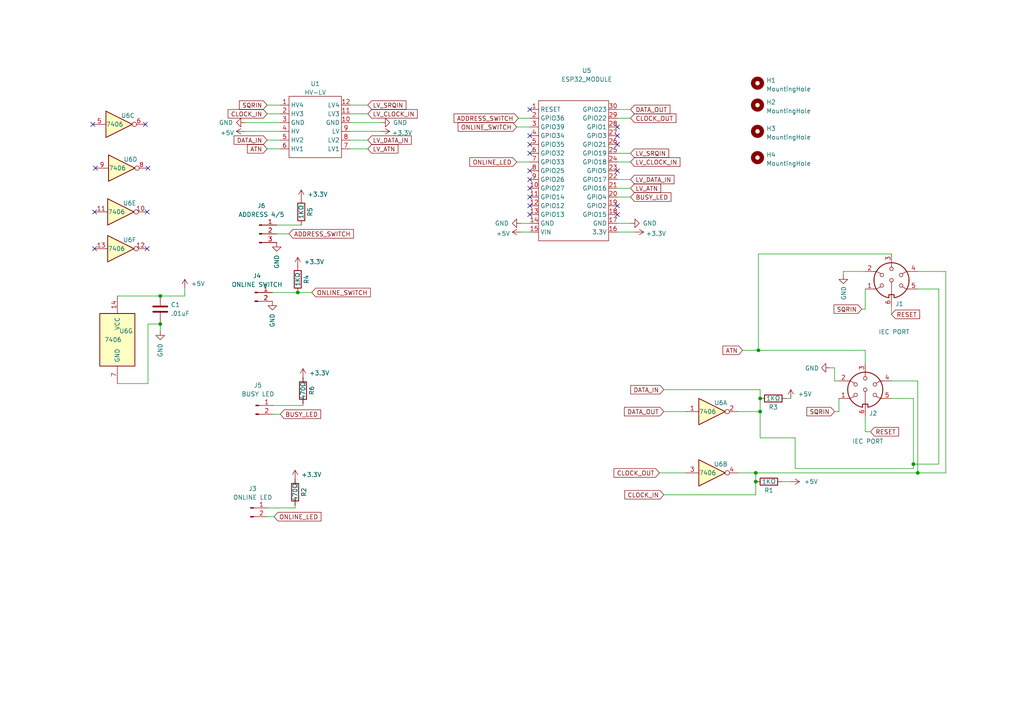
<source format=kicad_sch>
(kicad_sch (version 20211123) (generator eeschema)

  (uuid bf37307a-eae7-482c-96d9-52b8ffc5e320)

  (paper "A4")

  (title_block
    (title "IEC PRINTER TO WIFI")
    (date "2024-07-28")
    (rev "V1.0")
  )

  (lib_symbols
    (symbol "74xx:74LS06N" (pin_names (offset 1.016)) (in_bom yes) (on_board yes)
      (property "Reference" "U" (id 0) (at 0 1.27 0)
        (effects (font (size 1.27 1.27)))
      )
      (property "Value" "74LS06N" (id 1) (at 0 -1.27 0)
        (effects (font (size 1.27 1.27)))
      )
      (property "Footprint" "" (id 2) (at 0 0 0)
        (effects (font (size 1.27 1.27)) hide)
      )
      (property "Datasheet" "http://www.ti.com/lit/gpn/sn74LS06N" (id 3) (at 0 0 0)
        (effects (font (size 1.27 1.27)) hide)
      )
      (property "ki_locked" "" (id 4) (at 0 0 0)
        (effects (font (size 1.27 1.27)))
      )
      (property "ki_keywords" "TTL not inv OpenCol" (id 5) (at 0 0 0)
        (effects (font (size 1.27 1.27)) hide)
      )
      (property "ki_description" "Inverter Open Collect" (id 6) (at 0 0 0)
        (effects (font (size 1.27 1.27)) hide)
      )
      (property "ki_fp_filters" "DIP*W7.62mm*" (id 7) (at 0 0 0)
        (effects (font (size 1.27 1.27)) hide)
      )
      (symbol "74LS06N_1_0"
        (polyline
          (pts
            (xy -3.81 3.81)
            (xy -3.81 -3.81)
            (xy 3.81 0)
            (xy -3.81 3.81)
          )
          (stroke (width 0.254) (type default) (color 0 0 0 0))
          (fill (type background))
        )
        (pin input line (at -7.62 0 0) (length 3.81)
          (name "~" (effects (font (size 1.27 1.27))))
          (number "1" (effects (font (size 1.27 1.27))))
        )
        (pin open_collector inverted (at 7.62 0 180) (length 3.81)
          (name "~" (effects (font (size 1.27 1.27))))
          (number "2" (effects (font (size 1.27 1.27))))
        )
      )
      (symbol "74LS06N_2_0"
        (polyline
          (pts
            (xy -3.81 3.81)
            (xy -3.81 -3.81)
            (xy 3.81 0)
            (xy -3.81 3.81)
          )
          (stroke (width 0.254) (type default) (color 0 0 0 0))
          (fill (type background))
        )
        (pin input line (at -7.62 0 0) (length 3.81)
          (name "~" (effects (font (size 1.27 1.27))))
          (number "3" (effects (font (size 1.27 1.27))))
        )
        (pin open_collector inverted (at 7.62 0 180) (length 3.81)
          (name "~" (effects (font (size 1.27 1.27))))
          (number "4" (effects (font (size 1.27 1.27))))
        )
      )
      (symbol "74LS06N_3_0"
        (polyline
          (pts
            (xy -3.81 3.81)
            (xy -3.81 -3.81)
            (xy 3.81 0)
            (xy -3.81 3.81)
          )
          (stroke (width 0.254) (type default) (color 0 0 0 0))
          (fill (type background))
        )
        (pin input line (at -7.62 0 0) (length 3.81)
          (name "~" (effects (font (size 1.27 1.27))))
          (number "5" (effects (font (size 1.27 1.27))))
        )
        (pin open_collector inverted (at 7.62 0 180) (length 3.81)
          (name "~" (effects (font (size 1.27 1.27))))
          (number "6" (effects (font (size 1.27 1.27))))
        )
      )
      (symbol "74LS06N_4_0"
        (polyline
          (pts
            (xy -3.81 3.81)
            (xy -3.81 -3.81)
            (xy 3.81 0)
            (xy -3.81 3.81)
          )
          (stroke (width 0.254) (type default) (color 0 0 0 0))
          (fill (type background))
        )
        (pin open_collector inverted (at 7.62 0 180) (length 3.81)
          (name "~" (effects (font (size 1.27 1.27))))
          (number "8" (effects (font (size 1.27 1.27))))
        )
        (pin input line (at -7.62 0 0) (length 3.81)
          (name "~" (effects (font (size 1.27 1.27))))
          (number "9" (effects (font (size 1.27 1.27))))
        )
      )
      (symbol "74LS06N_5_0"
        (polyline
          (pts
            (xy -3.81 3.81)
            (xy -3.81 -3.81)
            (xy 3.81 0)
            (xy -3.81 3.81)
          )
          (stroke (width 0.254) (type default) (color 0 0 0 0))
          (fill (type background))
        )
        (pin open_collector inverted (at 7.62 0 180) (length 3.81)
          (name "~" (effects (font (size 1.27 1.27))))
          (number "10" (effects (font (size 1.27 1.27))))
        )
        (pin input line (at -7.62 0 0) (length 3.81)
          (name "~" (effects (font (size 1.27 1.27))))
          (number "11" (effects (font (size 1.27 1.27))))
        )
      )
      (symbol "74LS06N_6_0"
        (polyline
          (pts
            (xy -3.81 3.81)
            (xy -3.81 -3.81)
            (xy 3.81 0)
            (xy -3.81 3.81)
          )
          (stroke (width 0.254) (type default) (color 0 0 0 0))
          (fill (type background))
        )
        (pin open_collector inverted (at 7.62 0 180) (length 3.81)
          (name "~" (effects (font (size 1.27 1.27))))
          (number "12" (effects (font (size 1.27 1.27))))
        )
        (pin input line (at -7.62 0 0) (length 3.81)
          (name "~" (effects (font (size 1.27 1.27))))
          (number "13" (effects (font (size 1.27 1.27))))
        )
      )
      (symbol "74LS06N_7_0"
        (pin power_in line (at 0 12.7 270) (length 5.08)
          (name "VCC" (effects (font (size 1.27 1.27))))
          (number "14" (effects (font (size 1.27 1.27))))
        )
        (pin power_in line (at 0 -12.7 90) (length 5.08)
          (name "GND" (effects (font (size 1.27 1.27))))
          (number "7" (effects (font (size 1.27 1.27))))
        )
      )
      (symbol "74LS06N_7_1"
        (rectangle (start -5.08 7.62) (end 5.08 -7.62)
          (stroke (width 0.254) (type default) (color 0 0 0 0))
          (fill (type background))
        )
      )
    )
    (symbol "CUSTOM_LIB:ESP32_MODULE" (in_bom yes) (on_board yes)
      (property "Reference" "U" (id 0) (at 0 -5.08 0)
        (effects (font (size 1.27 1.27)))
      )
      (property "Value" "ESP32_MODULE" (id 1) (at 0 -1.27 0)
        (effects (font (size 1.27 1.27)))
      )
      (property "Footprint" "" (id 2) (at 0 0 0)
        (effects (font (size 1.27 1.27)) hide)
      )
      (property "Datasheet" "" (id 3) (at 0 0 0)
        (effects (font (size 1.27 1.27)) hide)
      )
      (symbol "ESP32_MODULE_0_1"
        (rectangle (start -10.16 -2.54) (end 10.16 -43.18)
          (stroke (width 0.1524) (type default) (color 0 0 0 0))
          (fill (type none))
        )
      )
      (symbol "ESP32_MODULE_1_1"
        (pin input line (at -12.7 -5.08 0) (length 2.54)
          (name "RESET" (effects (font (size 1.27 1.27))))
          (number "1" (effects (font (size 1.27 1.27))))
        )
        (pin bidirectional line (at -12.7 -27.94 0) (length 2.54)
          (name "GPIO27" (effects (font (size 1.27 1.27))))
          (number "10" (effects (font (size 1.27 1.27))))
        )
        (pin bidirectional line (at -12.7 -30.48 0) (length 2.54)
          (name "GPIO14" (effects (font (size 1.27 1.27))))
          (number "11" (effects (font (size 1.27 1.27))))
        )
        (pin bidirectional line (at -12.7 -33.02 0) (length 2.54)
          (name "GPIO12" (effects (font (size 1.27 1.27))))
          (number "12" (effects (font (size 1.27 1.27))))
        )
        (pin bidirectional line (at -12.7 -35.56 0) (length 2.54)
          (name "GPIO13" (effects (font (size 1.27 1.27))))
          (number "13" (effects (font (size 1.27 1.27))))
        )
        (pin power_in line (at -12.7 -38.1 0) (length 2.54)
          (name "GND" (effects (font (size 1.27 1.27))))
          (number "14" (effects (font (size 1.27 1.27))))
        )
        (pin power_in line (at -12.7 -40.64 0) (length 2.54)
          (name "VIN" (effects (font (size 1.27 1.27))))
          (number "15" (effects (font (size 1.27 1.27))))
        )
        (pin power_in line (at 12.7 -40.64 180) (length 2.54)
          (name "3.3V" (effects (font (size 1.27 1.27))))
          (number "16" (effects (font (size 1.27 1.27))))
        )
        (pin power_in line (at 12.7 -38.1 180) (length 2.54)
          (name "GND" (effects (font (size 1.27 1.27))))
          (number "17" (effects (font (size 1.27 1.27))))
        )
        (pin bidirectional line (at 12.7 -35.56 180) (length 2.54)
          (name "GPIO15" (effects (font (size 1.27 1.27))))
          (number "18" (effects (font (size 1.27 1.27))))
        )
        (pin bidirectional line (at 12.7 -33.02 180) (length 2.54)
          (name "GPIO2" (effects (font (size 1.27 1.27))))
          (number "19" (effects (font (size 1.27 1.27))))
        )
        (pin bidirectional line (at -12.7 -7.62 0) (length 2.54)
          (name "GPIO36" (effects (font (size 1.27 1.27))))
          (number "2" (effects (font (size 1.27 1.27))))
        )
        (pin bidirectional line (at 12.7 -30.48 180) (length 2.54)
          (name "GPIO4" (effects (font (size 1.27 1.27))))
          (number "20" (effects (font (size 1.27 1.27))))
        )
        (pin bidirectional line (at 12.7 -27.94 180) (length 2.54)
          (name "GPIO16" (effects (font (size 1.27 1.27))))
          (number "21" (effects (font (size 1.27 1.27))))
        )
        (pin bidirectional line (at 12.7 -25.4 180) (length 2.54)
          (name "GPIO17" (effects (font (size 1.27 1.27))))
          (number "22" (effects (font (size 1.27 1.27))))
        )
        (pin bidirectional line (at 12.7 -22.86 180) (length 2.54)
          (name "GPIO5" (effects (font (size 1.27 1.27))))
          (number "23" (effects (font (size 1.27 1.27))))
        )
        (pin bidirectional line (at 12.7 -20.32 180) (length 2.54)
          (name "GPIO18" (effects (font (size 1.27 1.27))))
          (number "24" (effects (font (size 1.27 1.27))))
        )
        (pin bidirectional line (at 12.7 -17.78 180) (length 2.54)
          (name "GPIO19" (effects (font (size 1.27 1.27))))
          (number "25" (effects (font (size 1.27 1.27))))
        )
        (pin bidirectional line (at 12.7 -15.24 180) (length 2.54)
          (name "GPIO21" (effects (font (size 1.27 1.27))))
          (number "26" (effects (font (size 1.27 1.27))))
        )
        (pin bidirectional line (at 12.7 -12.7 180) (length 2.54)
          (name "GPIO3" (effects (font (size 1.27 1.27))))
          (number "27" (effects (font (size 1.27 1.27))))
        )
        (pin bidirectional line (at 12.7 -10.16 180) (length 2.54)
          (name "GPIO1" (effects (font (size 1.27 1.27))))
          (number "28" (effects (font (size 1.27 1.27))))
        )
        (pin bidirectional line (at 12.7 -7.62 180) (length 2.54)
          (name "GPIO22" (effects (font (size 1.27 1.27))))
          (number "29" (effects (font (size 1.27 1.27))))
        )
        (pin bidirectional line (at -12.7 -10.16 0) (length 2.54)
          (name "GPIO39" (effects (font (size 1.27 1.27))))
          (number "3" (effects (font (size 1.27 1.27))))
        )
        (pin bidirectional line (at 12.7 -5.08 180) (length 2.54)
          (name "GPIO23" (effects (font (size 1.27 1.27))))
          (number "30" (effects (font (size 1.27 1.27))))
        )
        (pin bidirectional line (at -12.7 -12.7 0) (length 2.54)
          (name "GPIO34" (effects (font (size 1.27 1.27))))
          (number "4" (effects (font (size 1.27 1.27))))
        )
        (pin bidirectional line (at -12.7 -15.24 0) (length 2.54)
          (name "GPIO35" (effects (font (size 1.27 1.27))))
          (number "5" (effects (font (size 1.27 1.27))))
        )
        (pin bidirectional line (at -12.7 -17.78 0) (length 2.54)
          (name "GPIO32" (effects (font (size 1.27 1.27))))
          (number "6" (effects (font (size 1.27 1.27))))
        )
        (pin bidirectional line (at -12.7 -20.32 0) (length 2.54)
          (name "GPIO33" (effects (font (size 1.27 1.27))))
          (number "7" (effects (font (size 1.27 1.27))))
        )
        (pin bidirectional line (at -12.7 -22.86 0) (length 2.54)
          (name "GPIO25" (effects (font (size 1.27 1.27))))
          (number "8" (effects (font (size 1.27 1.27))))
        )
        (pin bidirectional line (at -12.7 -25.4 0) (length 2.54)
          (name "GPIO26" (effects (font (size 1.27 1.27))))
          (number "9" (effects (font (size 1.27 1.27))))
        )
      )
    )
    (symbol "CUSTOM_LIB:HV-LV" (in_bom yes) (on_board yes)
      (property "Reference" "U1" (id 0) (at 5.08 11.269 0)
        (effects (font (size 1.27 1.27)))
      )
      (property "Value" "HV-LV" (id 1) (at 5.08 8.7321 0)
        (effects (font (size 1.27 1.27)))
      )
      (property "Footprint" "WernerCustomLibrary:HV-LV" (id 2) (at 0 -3.81 0)
        (effects (font (size 1.27 1.27)) hide)
      )
      (property "Datasheet" "" (id 3) (at 0 -3.81 0)
        (effects (font (size 1.27 1.27)) hide)
      )
      (symbol "HV-LV_0_1"
        (rectangle (start -2.54 7.62) (end 12.7 -10.16)
          (stroke (width 0.1524) (type default) (color 0 0 0 0))
          (fill (type none))
        )
      )
      (symbol "HV-LV_1_1"
        (pin bidirectional line (at -5.08 5.08 0) (length 2.54)
          (name "HV4" (effects (font (size 1.27 1.27))))
          (number "1" (effects (font (size 1.27 1.27))))
        )
        (pin power_in line (at 15.24 0 180) (length 2.54)
          (name "GND" (effects (font (size 1.27 1.27))))
          (number "10" (effects (font (size 1.27 1.27))))
        )
        (pin bidirectional line (at 15.24 2.54 180) (length 2.54)
          (name "LV3" (effects (font (size 1.27 1.27))))
          (number "11" (effects (font (size 1.27 1.27))))
        )
        (pin bidirectional line (at 15.24 5.08 180) (length 2.54)
          (name "LV4" (effects (font (size 1.27 1.27))))
          (number "12" (effects (font (size 1.27 1.27))))
        )
        (pin bidirectional line (at -5.08 2.54 0) (length 2.54)
          (name "HV3" (effects (font (size 1.27 1.27))))
          (number "2" (effects (font (size 1.27 1.27))))
        )
        (pin power_in line (at -5.08 0 0) (length 2.54)
          (name "GND" (effects (font (size 1.27 1.27))))
          (number "3" (effects (font (size 1.27 1.27))))
        )
        (pin power_in line (at -5.08 -2.54 0) (length 2.54)
          (name "HV" (effects (font (size 1.27 1.27))))
          (number "4" (effects (font (size 1.27 1.27))))
        )
        (pin bidirectional line (at -5.08 -5.08 0) (length 2.54)
          (name "HV2" (effects (font (size 1.27 1.27))))
          (number "5" (effects (font (size 1.27 1.27))))
        )
        (pin bidirectional line (at -5.08 -7.62 0) (length 2.54)
          (name "HV1" (effects (font (size 1.27 1.27))))
          (number "6" (effects (font (size 1.27 1.27))))
        )
        (pin bidirectional line (at 15.24 -7.62 180) (length 2.54)
          (name "LV1" (effects (font (size 1.27 1.27))))
          (number "7" (effects (font (size 1.27 1.27))))
        )
        (pin bidirectional line (at 15.24 -5.08 180) (length 2.54)
          (name "LV2" (effects (font (size 1.27 1.27))))
          (number "8" (effects (font (size 1.27 1.27))))
        )
        (pin power_in line (at 15.24 -2.54 180) (length 2.54)
          (name "LV" (effects (font (size 1.27 1.27))))
          (number "9" (effects (font (size 1.27 1.27))))
        )
      )
    )
    (symbol "Connector:Conn_01x02_Male" (pin_names (offset 1.016) hide) (in_bom yes) (on_board yes)
      (property "Reference" "J" (id 0) (at 0 2.54 0)
        (effects (font (size 1.27 1.27)))
      )
      (property "Value" "Conn_01x02_Male" (id 1) (at 0 -5.08 0)
        (effects (font (size 1.27 1.27)))
      )
      (property "Footprint" "" (id 2) (at 0 0 0)
        (effects (font (size 1.27 1.27)) hide)
      )
      (property "Datasheet" "~" (id 3) (at 0 0 0)
        (effects (font (size 1.27 1.27)) hide)
      )
      (property "ki_keywords" "connector" (id 4) (at 0 0 0)
        (effects (font (size 1.27 1.27)) hide)
      )
      (property "ki_description" "Generic connector, single row, 01x02, script generated (kicad-library-utils/schlib/autogen/connector/)" (id 5) (at 0 0 0)
        (effects (font (size 1.27 1.27)) hide)
      )
      (property "ki_fp_filters" "Connector*:*_1x??_*" (id 6) (at 0 0 0)
        (effects (font (size 1.27 1.27)) hide)
      )
      (symbol "Conn_01x02_Male_1_1"
        (polyline
          (pts
            (xy 1.27 -2.54)
            (xy 0.8636 -2.54)
          )
          (stroke (width 0.1524) (type default) (color 0 0 0 0))
          (fill (type none))
        )
        (polyline
          (pts
            (xy 1.27 0)
            (xy 0.8636 0)
          )
          (stroke (width 0.1524) (type default) (color 0 0 0 0))
          (fill (type none))
        )
        (rectangle (start 0.8636 -2.413) (end 0 -2.667)
          (stroke (width 0.1524) (type default) (color 0 0 0 0))
          (fill (type outline))
        )
        (rectangle (start 0.8636 0.127) (end 0 -0.127)
          (stroke (width 0.1524) (type default) (color 0 0 0 0))
          (fill (type outline))
        )
        (pin passive line (at 5.08 0 180) (length 3.81)
          (name "Pin_1" (effects (font (size 1.27 1.27))))
          (number "1" (effects (font (size 1.27 1.27))))
        )
        (pin passive line (at 5.08 -2.54 180) (length 3.81)
          (name "Pin_2" (effects (font (size 1.27 1.27))))
          (number "2" (effects (font (size 1.27 1.27))))
        )
      )
    )
    (symbol "Connector:Conn_01x03_Male" (pin_names (offset 1.016) hide) (in_bom yes) (on_board yes)
      (property "Reference" "J" (id 0) (at 0 5.08 0)
        (effects (font (size 1.27 1.27)))
      )
      (property "Value" "Conn_01x03_Male" (id 1) (at 0 -5.08 0)
        (effects (font (size 1.27 1.27)))
      )
      (property "Footprint" "" (id 2) (at 0 0 0)
        (effects (font (size 1.27 1.27)) hide)
      )
      (property "Datasheet" "~" (id 3) (at 0 0 0)
        (effects (font (size 1.27 1.27)) hide)
      )
      (property "ki_keywords" "connector" (id 4) (at 0 0 0)
        (effects (font (size 1.27 1.27)) hide)
      )
      (property "ki_description" "Generic connector, single row, 01x03, script generated (kicad-library-utils/schlib/autogen/connector/)" (id 5) (at 0 0 0)
        (effects (font (size 1.27 1.27)) hide)
      )
      (property "ki_fp_filters" "Connector*:*_1x??_*" (id 6) (at 0 0 0)
        (effects (font (size 1.27 1.27)) hide)
      )
      (symbol "Conn_01x03_Male_1_1"
        (polyline
          (pts
            (xy 1.27 -2.54)
            (xy 0.8636 -2.54)
          )
          (stroke (width 0.1524) (type default) (color 0 0 0 0))
          (fill (type none))
        )
        (polyline
          (pts
            (xy 1.27 0)
            (xy 0.8636 0)
          )
          (stroke (width 0.1524) (type default) (color 0 0 0 0))
          (fill (type none))
        )
        (polyline
          (pts
            (xy 1.27 2.54)
            (xy 0.8636 2.54)
          )
          (stroke (width 0.1524) (type default) (color 0 0 0 0))
          (fill (type none))
        )
        (rectangle (start 0.8636 -2.413) (end 0 -2.667)
          (stroke (width 0.1524) (type default) (color 0 0 0 0))
          (fill (type outline))
        )
        (rectangle (start 0.8636 0.127) (end 0 -0.127)
          (stroke (width 0.1524) (type default) (color 0 0 0 0))
          (fill (type outline))
        )
        (rectangle (start 0.8636 2.667) (end 0 2.413)
          (stroke (width 0.1524) (type default) (color 0 0 0 0))
          (fill (type outline))
        )
        (pin passive line (at 5.08 2.54 180) (length 3.81)
          (name "Pin_1" (effects (font (size 1.27 1.27))))
          (number "1" (effects (font (size 1.27 1.27))))
        )
        (pin passive line (at 5.08 0 180) (length 3.81)
          (name "Pin_2" (effects (font (size 1.27 1.27))))
          (number "2" (effects (font (size 1.27 1.27))))
        )
        (pin passive line (at 5.08 -2.54 180) (length 3.81)
          (name "Pin_3" (effects (font (size 1.27 1.27))))
          (number "3" (effects (font (size 1.27 1.27))))
        )
      )
    )
    (symbol "Connector:DIN-6" (pin_names (offset 1.016)) (in_bom yes) (on_board yes)
      (property "Reference" "J" (id 0) (at 3.175 5.715 0)
        (effects (font (size 1.27 1.27)))
      )
      (property "Value" "DIN-6" (id 1) (at 4.445 -4.445 0)
        (effects (font (size 1.27 1.27)) (justify left))
      )
      (property "Footprint" "" (id 2) (at 0 0 0)
        (effects (font (size 1.27 1.27)) hide)
      )
      (property "Datasheet" "http://www.mouser.com/ds/2/18/40_c091_abd_e-75918.pdf" (id 3) (at 0 0 0)
        (effects (font (size 1.27 1.27)) hide)
      )
      (property "ki_keywords" "circular DIN connector" (id 4) (at 0 0 0)
        (effects (font (size 1.27 1.27)) hide)
      )
      (property "ki_description" "6-pin DIN connector" (id 5) (at 0 0 0)
        (effects (font (size 1.27 1.27)) hide)
      )
      (property "ki_fp_filters" "DIN*" (id 6) (at 0 0 0)
        (effects (font (size 1.27 1.27)) hide)
      )
      (symbol "DIN-6_0_1"
        (arc (start -5.08 0) (mid -3.8609 -3.3364) (end -0.762 -5.08)
          (stroke (width 0.254) (type default) (color 0 0 0 0))
          (fill (type none))
        )
        (circle (center -2.794 -1.524) (radius 0.508)
          (stroke (width 0) (type default) (color 0 0 0 0))
          (fill (type none))
        )
        (circle (center -2.794 1.524) (radius 0.508)
          (stroke (width 0) (type default) (color 0 0 0 0))
          (fill (type none))
        )
        (polyline
          (pts
            (xy 0 -5.08)
            (xy 0 -0.508)
          )
          (stroke (width 0) (type default) (color 0 0 0 0))
          (fill (type none))
        )
        (polyline
          (pts
            (xy 0 5.08)
            (xy 0 3.81)
          )
          (stroke (width 0) (type default) (color 0 0 0 0))
          (fill (type none))
        )
        (polyline
          (pts
            (xy -5.08 -2.54)
            (xy -4.318 -2.54)
            (xy -3.175 -1.905)
          )
          (stroke (width 0) (type default) (color 0 0 0 0))
          (fill (type none))
        )
        (polyline
          (pts
            (xy -5.08 2.54)
            (xy -4.318 2.54)
            (xy -3.175 1.905)
          )
          (stroke (width 0) (type default) (color 0 0 0 0))
          (fill (type none))
        )
        (polyline
          (pts
            (xy 5.08 -2.54)
            (xy 4.318 -2.54)
            (xy 3.175 -1.905)
          )
          (stroke (width 0) (type default) (color 0 0 0 0))
          (fill (type none))
        )
        (polyline
          (pts
            (xy 5.08 2.54)
            (xy 4.318 2.54)
            (xy 3.175 1.905)
          )
          (stroke (width 0) (type default) (color 0 0 0 0))
          (fill (type none))
        )
        (polyline
          (pts
            (xy -0.762 -4.953)
            (xy -0.762 -4.191)
            (xy 0.762 -4.191)
            (xy 0.762 -4.953)
          )
          (stroke (width 0.254) (type default) (color 0 0 0 0))
          (fill (type none))
        )
        (circle (center 0 0) (radius 0.508)
          (stroke (width 0) (type default) (color 0 0 0 0))
          (fill (type none))
        )
        (circle (center 0 3.302) (radius 0.508)
          (stroke (width 0) (type default) (color 0 0 0 0))
          (fill (type none))
        )
        (arc (start 0.762 -5.08) (mid 3.8685 -3.343) (end 5.08 0)
          (stroke (width 0.254) (type default) (color 0 0 0 0))
          (fill (type none))
        )
        (circle (center 2.794 -1.524) (radius 0.508)
          (stroke (width 0) (type default) (color 0 0 0 0))
          (fill (type none))
        )
        (circle (center 2.794 1.524) (radius 0.508)
          (stroke (width 0) (type default) (color 0 0 0 0))
          (fill (type none))
        )
        (arc (start 5.08 0) (mid 0 5.08) (end -5.08 0)
          (stroke (width 0.254) (type default) (color 0 0 0 0))
          (fill (type none))
        )
      )
      (symbol "DIN-6_1_1"
        (pin passive line (at -7.62 -2.54 0) (length 2.54)
          (name "~" (effects (font (size 1.27 1.27))))
          (number "1" (effects (font (size 1.27 1.27))))
        )
        (pin passive line (at -7.62 2.54 0) (length 2.54)
          (name "~" (effects (font (size 1.27 1.27))))
          (number "2" (effects (font (size 1.27 1.27))))
        )
        (pin passive line (at 0 7.62 270) (length 2.54)
          (name "~" (effects (font (size 1.27 1.27))))
          (number "3" (effects (font (size 1.27 1.27))))
        )
        (pin passive line (at 7.62 2.54 180) (length 2.54)
          (name "~" (effects (font (size 1.27 1.27))))
          (number "4" (effects (font (size 1.27 1.27))))
        )
        (pin passive line (at 7.62 -2.54 180) (length 2.54)
          (name "~" (effects (font (size 1.27 1.27))))
          (number "5" (effects (font (size 1.27 1.27))))
        )
        (pin passive line (at 0 -7.62 90) (length 2.54)
          (name "~" (effects (font (size 1.27 1.27))))
          (number "6" (effects (font (size 1.27 1.27))))
        )
      )
    )
    (symbol "Device:C" (pin_numbers hide) (pin_names (offset 0.254)) (in_bom yes) (on_board yes)
      (property "Reference" "C" (id 0) (at 0.635 2.54 0)
        (effects (font (size 1.27 1.27)) (justify left))
      )
      (property "Value" "C" (id 1) (at 0.635 -2.54 0)
        (effects (font (size 1.27 1.27)) (justify left))
      )
      (property "Footprint" "" (id 2) (at 0.9652 -3.81 0)
        (effects (font (size 1.27 1.27)) hide)
      )
      (property "Datasheet" "~" (id 3) (at 0 0 0)
        (effects (font (size 1.27 1.27)) hide)
      )
      (property "ki_keywords" "cap capacitor" (id 4) (at 0 0 0)
        (effects (font (size 1.27 1.27)) hide)
      )
      (property "ki_description" "Unpolarized capacitor" (id 5) (at 0 0 0)
        (effects (font (size 1.27 1.27)) hide)
      )
      (property "ki_fp_filters" "C_*" (id 6) (at 0 0 0)
        (effects (font (size 1.27 1.27)) hide)
      )
      (symbol "C_0_1"
        (polyline
          (pts
            (xy -2.032 -0.762)
            (xy 2.032 -0.762)
          )
          (stroke (width 0.508) (type default) (color 0 0 0 0))
          (fill (type none))
        )
        (polyline
          (pts
            (xy -2.032 0.762)
            (xy 2.032 0.762)
          )
          (stroke (width 0.508) (type default) (color 0 0 0 0))
          (fill (type none))
        )
      )
      (symbol "C_1_1"
        (pin passive line (at 0 3.81 270) (length 2.794)
          (name "~" (effects (font (size 1.27 1.27))))
          (number "1" (effects (font (size 1.27 1.27))))
        )
        (pin passive line (at 0 -3.81 90) (length 2.794)
          (name "~" (effects (font (size 1.27 1.27))))
          (number "2" (effects (font (size 1.27 1.27))))
        )
      )
    )
    (symbol "Device:R" (pin_numbers hide) (pin_names (offset 0)) (in_bom yes) (on_board yes)
      (property "Reference" "R" (id 0) (at 2.032 0 90)
        (effects (font (size 1.27 1.27)))
      )
      (property "Value" "R" (id 1) (at 0 0 90)
        (effects (font (size 1.27 1.27)))
      )
      (property "Footprint" "" (id 2) (at -1.778 0 90)
        (effects (font (size 1.27 1.27)) hide)
      )
      (property "Datasheet" "~" (id 3) (at 0 0 0)
        (effects (font (size 1.27 1.27)) hide)
      )
      (property "ki_keywords" "R res resistor" (id 4) (at 0 0 0)
        (effects (font (size 1.27 1.27)) hide)
      )
      (property "ki_description" "Resistor" (id 5) (at 0 0 0)
        (effects (font (size 1.27 1.27)) hide)
      )
      (property "ki_fp_filters" "R_*" (id 6) (at 0 0 0)
        (effects (font (size 1.27 1.27)) hide)
      )
      (symbol "R_0_1"
        (rectangle (start -1.016 -2.54) (end 1.016 2.54)
          (stroke (width 0.254) (type default) (color 0 0 0 0))
          (fill (type none))
        )
      )
      (symbol "R_1_1"
        (pin passive line (at 0 3.81 270) (length 1.27)
          (name "~" (effects (font (size 1.27 1.27))))
          (number "1" (effects (font (size 1.27 1.27))))
        )
        (pin passive line (at 0 -3.81 90) (length 1.27)
          (name "~" (effects (font (size 1.27 1.27))))
          (number "2" (effects (font (size 1.27 1.27))))
        )
      )
    )
    (symbol "Mechanical:MountingHole" (pin_names (offset 1.016)) (in_bom yes) (on_board yes)
      (property "Reference" "H" (id 0) (at 0 5.08 0)
        (effects (font (size 1.27 1.27)))
      )
      (property "Value" "MountingHole" (id 1) (at 0 3.175 0)
        (effects (font (size 1.27 1.27)))
      )
      (property "Footprint" "" (id 2) (at 0 0 0)
        (effects (font (size 1.27 1.27)) hide)
      )
      (property "Datasheet" "~" (id 3) (at 0 0 0)
        (effects (font (size 1.27 1.27)) hide)
      )
      (property "ki_keywords" "mounting hole" (id 4) (at 0 0 0)
        (effects (font (size 1.27 1.27)) hide)
      )
      (property "ki_description" "Mounting Hole without connection" (id 5) (at 0 0 0)
        (effects (font (size 1.27 1.27)) hide)
      )
      (property "ki_fp_filters" "MountingHole*" (id 6) (at 0 0 0)
        (effects (font (size 1.27 1.27)) hide)
      )
      (symbol "MountingHole_0_1"
        (circle (center 0 0) (radius 1.27)
          (stroke (width 1.27) (type default) (color 0 0 0 0))
          (fill (type none))
        )
      )
    )
    (symbol "power:+3.3V" (power) (pin_names (offset 0)) (in_bom yes) (on_board yes)
      (property "Reference" "#PWR" (id 0) (at 0 -3.81 0)
        (effects (font (size 1.27 1.27)) hide)
      )
      (property "Value" "+3.3V" (id 1) (at 0 3.556 0)
        (effects (font (size 1.27 1.27)))
      )
      (property "Footprint" "" (id 2) (at 0 0 0)
        (effects (font (size 1.27 1.27)) hide)
      )
      (property "Datasheet" "" (id 3) (at 0 0 0)
        (effects (font (size 1.27 1.27)) hide)
      )
      (property "ki_keywords" "global power" (id 4) (at 0 0 0)
        (effects (font (size 1.27 1.27)) hide)
      )
      (property "ki_description" "Power symbol creates a global label with name \"+3.3V\"" (id 5) (at 0 0 0)
        (effects (font (size 1.27 1.27)) hide)
      )
      (symbol "+3.3V_0_1"
        (polyline
          (pts
            (xy -0.762 1.27)
            (xy 0 2.54)
          )
          (stroke (width 0) (type default) (color 0 0 0 0))
          (fill (type none))
        )
        (polyline
          (pts
            (xy 0 0)
            (xy 0 2.54)
          )
          (stroke (width 0) (type default) (color 0 0 0 0))
          (fill (type none))
        )
        (polyline
          (pts
            (xy 0 2.54)
            (xy 0.762 1.27)
          )
          (stroke (width 0) (type default) (color 0 0 0 0))
          (fill (type none))
        )
      )
      (symbol "+3.3V_1_1"
        (pin power_in line (at 0 0 90) (length 0) hide
          (name "+3.3V" (effects (font (size 1.27 1.27))))
          (number "1" (effects (font (size 1.27 1.27))))
        )
      )
    )
    (symbol "power:+5V" (power) (pin_names (offset 0)) (in_bom yes) (on_board yes)
      (property "Reference" "#PWR" (id 0) (at 0 -3.81 0)
        (effects (font (size 1.27 1.27)) hide)
      )
      (property "Value" "+5V" (id 1) (at 0 3.556 0)
        (effects (font (size 1.27 1.27)))
      )
      (property "Footprint" "" (id 2) (at 0 0 0)
        (effects (font (size 1.27 1.27)) hide)
      )
      (property "Datasheet" "" (id 3) (at 0 0 0)
        (effects (font (size 1.27 1.27)) hide)
      )
      (property "ki_keywords" "global power" (id 4) (at 0 0 0)
        (effects (font (size 1.27 1.27)) hide)
      )
      (property "ki_description" "Power symbol creates a global label with name \"+5V\"" (id 5) (at 0 0 0)
        (effects (font (size 1.27 1.27)) hide)
      )
      (symbol "+5V_0_1"
        (polyline
          (pts
            (xy -0.762 1.27)
            (xy 0 2.54)
          )
          (stroke (width 0) (type default) (color 0 0 0 0))
          (fill (type none))
        )
        (polyline
          (pts
            (xy 0 0)
            (xy 0 2.54)
          )
          (stroke (width 0) (type default) (color 0 0 0 0))
          (fill (type none))
        )
        (polyline
          (pts
            (xy 0 2.54)
            (xy 0.762 1.27)
          )
          (stroke (width 0) (type default) (color 0 0 0 0))
          (fill (type none))
        )
      )
      (symbol "+5V_1_1"
        (pin power_in line (at 0 0 90) (length 0) hide
          (name "+5V" (effects (font (size 1.27 1.27))))
          (number "1" (effects (font (size 1.27 1.27))))
        )
      )
    )
    (symbol "power:GND" (power) (pin_names (offset 0)) (in_bom yes) (on_board yes)
      (property "Reference" "#PWR" (id 0) (at 0 -6.35 0)
        (effects (font (size 1.27 1.27)) hide)
      )
      (property "Value" "GND" (id 1) (at 0 -3.81 0)
        (effects (font (size 1.27 1.27)))
      )
      (property "Footprint" "" (id 2) (at 0 0 0)
        (effects (font (size 1.27 1.27)) hide)
      )
      (property "Datasheet" "" (id 3) (at 0 0 0)
        (effects (font (size 1.27 1.27)) hide)
      )
      (property "ki_keywords" "global power" (id 4) (at 0 0 0)
        (effects (font (size 1.27 1.27)) hide)
      )
      (property "ki_description" "Power symbol creates a global label with name \"GND\" , ground" (id 5) (at 0 0 0)
        (effects (font (size 1.27 1.27)) hide)
      )
      (symbol "GND_0_1"
        (polyline
          (pts
            (xy 0 0)
            (xy 0 -1.27)
            (xy 1.27 -1.27)
            (xy 0 -2.54)
            (xy -1.27 -1.27)
            (xy 0 -1.27)
          )
          (stroke (width 0) (type default) (color 0 0 0 0))
          (fill (type none))
        )
      )
      (symbol "GND_1_1"
        (pin power_in line (at 0 0 270) (length 0) hide
          (name "GND" (effects (font (size 1.27 1.27))))
          (number "1" (effects (font (size 1.27 1.27))))
        )
      )
    )
  )


  (junction (at 220.472 115.57) (diameter 0) (color 0 0 0 0)
    (uuid 40893038-4dcd-42fb-a493-f5e92713558f)
  )
  (junction (at 219.202 137.16) (diameter 0) (color 0 0 0 0)
    (uuid 514684fc-609e-4c6e-a70f-c0cfc0c29810)
  )
  (junction (at 46.482 85.852) (diameter 0) (color 0 0 0 0)
    (uuid 6efaf658-ee1e-40ae-be0a-b24abb2fd406)
  )
  (junction (at 46.482 93.98) (diameter 0) (color 0 0 0 0)
    (uuid 79ac600c-363c-413c-8634-f7e542f49733)
  )
  (junction (at 220.472 119.38) (diameter 0) (color 0 0 0 0)
    (uuid bc8f8ce1-f2c4-4434-b917-5b8e9690e282)
  )
  (junction (at 86.36 84.836) (diameter 0) (color 0 0 0 0)
    (uuid bd48bfe1-6e7d-45b3-96e9-7e34186f8030)
  )
  (junction (at 219.964 101.6) (diameter 0) (color 0 0 0 0)
    (uuid c3032cc5-3ec6-4bd4-89ed-6ef5c1b6a340)
  )
  (junction (at 266.192 137.16) (diameter 0) (color 0 0 0 0)
    (uuid d3498262-822d-492e-8f5e-cc122e9aaa84)
  )
  (junction (at 219.202 139.7) (diameter 0) (color 0 0 0 0)
    (uuid eb0c3028-ae3a-49dc-90a4-fffc37f05e2e)
  )
  (junction (at 264.922 134.62) (diameter 0) (color 0 0 0 0)
    (uuid fd2202a5-e847-45d1-867f-02cdc1b9ffb9)
  )

  (no_connect (at 153.67 57.15) (uuid 07ed895f-bea6-41d2-81c5-12d5abca6863))
  (no_connect (at 27.686 48.768) (uuid 2de829e3-7d99-4747-918b-839372a58888))
  (no_connect (at 153.67 39.37) (uuid 30426419-64db-4ec9-9ce0-205c20095cc3))
  (no_connect (at 42.926 48.768) (uuid 43e5f5d9-e056-40a1-8889-11de277a66ff))
  (no_connect (at 153.67 44.45) (uuid 4a062822-db5f-4772-bf9f-3506a7d8f8ff))
  (no_connect (at 153.67 62.23) (uuid 7425d416-e9ad-4908-8e1f-5f72bdc9f4ae))
  (no_connect (at 27.432 72.136) (uuid 76934336-5585-4e24-bf74-8a8ffcfc71b8))
  (no_connect (at 42.672 72.136) (uuid a78f28ad-5b6b-45da-abfb-ca682fdb9d3f))
  (no_connect (at 153.67 54.61) (uuid ab743123-f4c3-495f-9eba-0bf2c0a9c58a))
  (no_connect (at 42.672 61.468) (uuid ab7dfde0-527a-4d0e-8d80-099134fbfab0))
  (no_connect (at 27.432 61.468) (uuid b4e87e06-fceb-4644-bca0-a8f971645dcc))
  (no_connect (at 42.164 36.068) (uuid c44c0391-1558-4577-8ff5-375e7189f652))
  (no_connect (at 153.67 49.53) (uuid d11723dc-66c1-4961-9796-219cd016498d))
  (no_connect (at 153.67 52.07) (uuid d5792e5f-f27c-4a4c-9559-dacd1304bada))
  (no_connect (at 153.67 41.91) (uuid e2f32cad-e918-42e7-971e-890ce1c119be))
  (no_connect (at 179.07 41.91) (uuid ec4088f8-e640-41a4-bc04-b2c7dea99d24))
  (no_connect (at 179.07 49.53) (uuid ec4088f8-e640-41a4-bc04-b2c7dea99d25))
  (no_connect (at 153.67 59.69) (uuid ec4088f8-e640-41a4-bc04-b2c7dea99d26))
  (no_connect (at 179.07 62.23) (uuid ec4088f8-e640-41a4-bc04-b2c7dea99d27))
  (no_connect (at 153.67 31.75) (uuid ec4088f8-e640-41a4-bc04-b2c7dea99d2a))
  (no_connect (at 179.07 36.83) (uuid ec4088f8-e640-41a4-bc04-b2c7dea99d2d))
  (no_connect (at 179.07 39.37) (uuid ec4088f8-e640-41a4-bc04-b2c7dea99d2e))
  (no_connect (at 179.07 59.69) (uuid ec4088f8-e640-41a4-bc04-b2c7dea99d2f))
  (no_connect (at 26.924 36.068) (uuid eec17394-c097-4b23-925c-a6dd91504a45))

  (wire (pts (xy 250.952 120.65) (xy 250.952 125.222))
    (stroke (width 0) (type default) (color 0 0 0 0))
    (uuid 00ef19c7-1aaa-4685-ad25-116eef655747)
  )
  (wire (pts (xy 34.036 85.852) (xy 46.482 85.852))
    (stroke (width 0) (type default) (color 0 0 0 0))
    (uuid 0409a872-b6f4-4dcc-8f10-082f27e5984a)
  )
  (wire (pts (xy 214.122 137.16) (xy 219.202 137.16))
    (stroke (width 0) (type default) (color 0 0 0 0))
    (uuid 07fb8484-0488-4c14-a3fc-6757b17f6165)
  )
  (wire (pts (xy 219.964 101.6) (xy 250.952 101.6))
    (stroke (width 0) (type default) (color 0 0 0 0))
    (uuid 08d12dcf-b0f8-4ed2-ba0b-5c43bf3df097)
  )
  (wire (pts (xy 179.07 31.75) (xy 182.88 31.75))
    (stroke (width 0) (type default) (color 0 0 0 0))
    (uuid 0ab0a63b-3f9f-4fd6-83a0-3a1514571bdb)
  )
  (wire (pts (xy 220.472 115.57) (xy 220.472 113.03))
    (stroke (width 0) (type default) (color 0 0 0 0))
    (uuid 0be09dbf-b78e-408c-a455-9a18b6623cbb)
  )
  (wire (pts (xy 220.472 119.38) (xy 220.472 115.57))
    (stroke (width 0) (type default) (color 0 0 0 0))
    (uuid 0c21ce48-573c-4108-bccb-40bd810b2d97)
  )
  (wire (pts (xy 179.07 44.45) (xy 182.88 44.45))
    (stroke (width 0) (type default) (color 0 0 0 0))
    (uuid 0fe2d39b-a841-4757-aac4-d9cb1ae3d0c6)
  )
  (wire (pts (xy 243.332 110.49) (xy 242.062 110.49))
    (stroke (width 0) (type default) (color 0 0 0 0))
    (uuid 12bab52f-e383-40f0-90d7-4d178c2242d8)
  )
  (wire (pts (xy 79.248 120.142) (xy 81.28 120.142))
    (stroke (width 0) (type default) (color 0 0 0 0))
    (uuid 12e3becb-3e13-41a6-8c2f-ea0d8b990809)
  )
  (wire (pts (xy 179.07 64.77) (xy 182.88 64.77))
    (stroke (width 0) (type default) (color 0 0 0 0))
    (uuid 12f93427-d236-4851-b3d0-4bacdc36d7ec)
  )
  (wire (pts (xy 179.07 67.31) (xy 184.15 67.31))
    (stroke (width 0) (type default) (color 0 0 0 0))
    (uuid 160cb72d-3cdc-4884-9651-e70e5aa207c7)
  )
  (wire (pts (xy 220.472 113.03) (xy 192.532 113.03))
    (stroke (width 0) (type default) (color 0 0 0 0))
    (uuid 1db6abca-9a03-46d1-9e07-50ed254a2b92)
  )
  (wire (pts (xy 219.202 137.16) (xy 266.192 137.16))
    (stroke (width 0) (type default) (color 0 0 0 0))
    (uuid 2080b9ff-7499-41c5-97c8-9a5bcc09fc9b)
  )
  (wire (pts (xy 219.202 143.51) (xy 192.532 143.51))
    (stroke (width 0) (type default) (color 0 0 0 0))
    (uuid 22443310-3b5b-45c2-b34f-0798c27421e7)
  )
  (wire (pts (xy 192.532 119.38) (xy 198.882 119.38))
    (stroke (width 0) (type default) (color 0 0 0 0))
    (uuid 2357b2ec-ec83-4d45-b7c5-5277b8a58ae4)
  )
  (wire (pts (xy 179.07 46.99) (xy 182.88 46.99))
    (stroke (width 0) (type default) (color 0 0 0 0))
    (uuid 28649b3f-fd55-4a4c-9bfe-f6ecbccdf2ed)
  )
  (wire (pts (xy 258.572 73.66) (xy 219.964 73.66))
    (stroke (width 0) (type default) (color 0 0 0 0))
    (uuid 29b1e69c-b916-4856-ba00-edab31ccfdab)
  )
  (wire (pts (xy 219.202 139.7) (xy 219.202 137.16))
    (stroke (width 0) (type default) (color 0 0 0 0))
    (uuid 3020387c-28f0-491e-bfc7-ae553e753f32)
  )
  (wire (pts (xy 244.602 78.74) (xy 244.602 79.756))
    (stroke (width 0) (type default) (color 0 0 0 0))
    (uuid 303754b5-efe7-44ee-b1a2-b2588f3daf47)
  )
  (wire (pts (xy 242.062 110.49) (xy 242.062 106.68))
    (stroke (width 0) (type default) (color 0 0 0 0))
    (uuid 308e1a19-0e4b-4088-874f-e03b90a453f2)
  )
  (wire (pts (xy 77.47 40.64) (xy 81.28 40.64))
    (stroke (width 0) (type default) (color 0 0 0 0))
    (uuid 30bb0cd2-7fb1-464e-a931-fbd29dae69c4)
  )
  (wire (pts (xy 230.632 127) (xy 230.632 135.89))
    (stroke (width 0) (type default) (color 0 0 0 0))
    (uuid 31d1cfa7-d7b5-4899-9552-1e7048c1c8b5)
  )
  (wire (pts (xy 85.598 147.32) (xy 85.598 146.558))
    (stroke (width 0) (type default) (color 0 0 0 0))
    (uuid 3925f386-927d-463e-82c4-a8e9587d13c5)
  )
  (wire (pts (xy 274.32 78.74) (xy 274.32 137.16))
    (stroke (width 0) (type default) (color 0 0 0 0))
    (uuid 396ef79d-3be7-4ef9-9439-3cc8f1ec1a0e)
  )
  (wire (pts (xy 150.368 34.29) (xy 153.67 34.29))
    (stroke (width 0) (type default) (color 0 0 0 0))
    (uuid 427fc76c-ec82-43ac-9c85-a04d9d94b878)
  )
  (wire (pts (xy 266.192 83.82) (xy 272.288 83.82))
    (stroke (width 0) (type default) (color 0 0 0 0))
    (uuid 500c03cd-ff2a-4092-ba81-bf3915eac9d1)
  )
  (wire (pts (xy 151.13 64.77) (xy 153.67 64.77))
    (stroke (width 0) (type default) (color 0 0 0 0))
    (uuid 54625f2f-e200-4f87-b444-509f99d14b82)
  )
  (wire (pts (xy 243.332 119.38) (xy 242.062 119.38))
    (stroke (width 0) (type default) (color 0 0 0 0))
    (uuid 548f306c-9e1c-4f1e-927d-7fb16a513534)
  )
  (wire (pts (xy 215.392 101.6) (xy 219.964 101.6))
    (stroke (width 0) (type default) (color 0 0 0 0))
    (uuid 561b1aa3-27ac-4e39-bad4-71254806ae42)
  )
  (wire (pts (xy 101.6 33.02) (xy 106.68 33.02))
    (stroke (width 0) (type default) (color 0 0 0 0))
    (uuid 5631d8d8-c86c-4356-8a92-17141c9f493f)
  )
  (wire (pts (xy 274.32 137.16) (xy 266.192 137.16))
    (stroke (width 0) (type default) (color 0 0 0 0))
    (uuid 60e8c55b-f9de-44fc-bfca-e704a249857f)
  )
  (wire (pts (xy 219.202 139.7) (xy 219.202 143.51))
    (stroke (width 0) (type default) (color 0 0 0 0))
    (uuid 635f7d60-487d-4a1a-a47b-1f54c8d214a3)
  )
  (wire (pts (xy 249.936 89.662) (xy 250.952 89.662))
    (stroke (width 0) (type default) (color 0 0 0 0))
    (uuid 6752d87d-55fa-4ecf-b531-385f5f065e6d)
  )
  (wire (pts (xy 272.288 134.62) (xy 264.922 134.62))
    (stroke (width 0) (type default) (color 0 0 0 0))
    (uuid 6e137423-8d74-4e01-9a74-599a86dc2286)
  )
  (wire (pts (xy 258.572 115.57) (xy 264.922 115.57))
    (stroke (width 0) (type default) (color 0 0 0 0))
    (uuid 739f73b3-65fd-4482-a35c-fcfe790e65df)
  )
  (wire (pts (xy 250.952 125.222) (xy 252.476 125.222))
    (stroke (width 0) (type default) (color 0 0 0 0))
    (uuid 7509a7d7-1fa7-492e-a096-0cbd5bdfc752)
  )
  (wire (pts (xy 80.264 65.278) (xy 87.376 65.278))
    (stroke (width 0) (type default) (color 0 0 0 0))
    (uuid 756af3c2-703d-4ddc-b33c-b4b79c93a209)
  )
  (wire (pts (xy 226.822 139.7) (xy 229.362 139.7))
    (stroke (width 0) (type default) (color 0 0 0 0))
    (uuid 75ac8ee2-3545-4f4e-96e9-edff06974217)
  )
  (wire (pts (xy 79.248 117.602) (xy 87.884 117.602))
    (stroke (width 0) (type default) (color 0 0 0 0))
    (uuid 7a4f37ff-99ed-463c-adb8-8cc07797f0e0)
  )
  (wire (pts (xy 71.12 38.1) (xy 81.28 38.1))
    (stroke (width 0) (type default) (color 0 0 0 0))
    (uuid 7a77ca5e-ee4d-4d73-8ca5-371c646fecda)
  )
  (wire (pts (xy 53.594 83.566) (xy 53.594 85.852))
    (stroke (width 0) (type default) (color 0 0 0 0))
    (uuid 7bef4090-ad2f-486e-a309-8f32f26fe1f3)
  )
  (wire (pts (xy 77.724 147.32) (xy 85.598 147.32))
    (stroke (width 0) (type default) (color 0 0 0 0))
    (uuid 8074b6e6-b9e2-47ad-8673-2e473d1c84a3)
  )
  (wire (pts (xy 220.472 127) (xy 230.632 127))
    (stroke (width 0) (type default) (color 0 0 0 0))
    (uuid 8203232f-b79b-41b8-87e0-dda342cb00b1)
  )
  (wire (pts (xy 250.952 78.74) (xy 244.602 78.74))
    (stroke (width 0) (type default) (color 0 0 0 0))
    (uuid 8696eafc-ef2e-4832-bc43-b5dd5441fe7f)
  )
  (wire (pts (xy 264.922 134.62) (xy 264.922 135.89))
    (stroke (width 0) (type default) (color 0 0 0 0))
    (uuid 881294c4-09d9-430c-86b6-6b47b1a7ca66)
  )
  (wire (pts (xy 101.6 40.64) (xy 106.68 40.64))
    (stroke (width 0) (type default) (color 0 0 0 0))
    (uuid 89b478de-44e9-48ce-babe-9fc6ce79f4a1)
  )
  (wire (pts (xy 46.482 93.472) (xy 46.482 93.98))
    (stroke (width 0) (type default) (color 0 0 0 0))
    (uuid 8e218e60-5376-408c-b801-e783a030a4c0)
  )
  (wire (pts (xy 179.07 52.07) (xy 182.88 52.07))
    (stroke (width 0) (type default) (color 0 0 0 0))
    (uuid 8e8d6f02-d1cd-4ca6-a70b-13ab737a9abf)
  )
  (wire (pts (xy 266.192 110.49) (xy 258.572 110.49))
    (stroke (width 0) (type default) (color 0 0 0 0))
    (uuid 9457a6e5-fdbf-4041-bf77-fed80db4d896)
  )
  (wire (pts (xy 42.926 111.252) (xy 42.926 93.98))
    (stroke (width 0) (type default) (color 0 0 0 0))
    (uuid 95e058ef-1ddf-4178-9b04-12c531cca6fd)
  )
  (wire (pts (xy 46.482 93.98) (xy 46.482 96.012))
    (stroke (width 0) (type default) (color 0 0 0 0))
    (uuid 95e56cdd-c92f-4303-8058-6c3d9307f76a)
  )
  (wire (pts (xy 191.262 137.16) (xy 198.882 137.16))
    (stroke (width 0) (type default) (color 0 0 0 0))
    (uuid a01ce07f-fc5d-4827-9895-8680b769b039)
  )
  (wire (pts (xy 101.6 35.56) (xy 110.49 35.56))
    (stroke (width 0) (type default) (color 0 0 0 0))
    (uuid a16a3050-220f-42c7-b2e3-65e7c0cc0460)
  )
  (wire (pts (xy 101.6 30.48) (xy 106.68 30.48))
    (stroke (width 0) (type default) (color 0 0 0 0))
    (uuid a2b29808-ce86-4d1d-a2de-fc02ba204612)
  )
  (wire (pts (xy 101.6 38.1) (xy 110.49 38.1))
    (stroke (width 0) (type default) (color 0 0 0 0))
    (uuid a6ec5e88-a5d0-4bb0-af51-596a31ece4b3)
  )
  (wire (pts (xy 250.952 101.6) (xy 250.952 105.41))
    (stroke (width 0) (type default) (color 0 0 0 0))
    (uuid a988a15d-92b8-495c-abba-33d176b6eaf0)
  )
  (wire (pts (xy 264.922 115.57) (xy 264.922 134.62))
    (stroke (width 0) (type default) (color 0 0 0 0))
    (uuid aa3e2fdb-46ec-410e-9107-f432dd273a81)
  )
  (wire (pts (xy 101.6 43.18) (xy 106.68 43.18))
    (stroke (width 0) (type default) (color 0 0 0 0))
    (uuid ab0d2a97-3446-4c90-bcba-36fc94c4891a)
  )
  (wire (pts (xy 80.264 67.818) (xy 83.82 67.818))
    (stroke (width 0) (type default) (color 0 0 0 0))
    (uuid b106cf96-9b81-4fff-9b4b-eb23655d0dd6)
  )
  (wire (pts (xy 250.952 83.82) (xy 250.952 89.662))
    (stroke (width 0) (type default) (color 0 0 0 0))
    (uuid b477711f-221c-42ba-b3eb-a0a02a2c40ac)
  )
  (wire (pts (xy 242.062 106.68) (xy 240.792 106.68))
    (stroke (width 0) (type default) (color 0 0 0 0))
    (uuid b5bfea75-b76f-471a-8bd0-4d8095ccf3c2)
  )
  (wire (pts (xy 179.07 34.29) (xy 182.88 34.29))
    (stroke (width 0) (type default) (color 0 0 0 0))
    (uuid bb1ace1a-bed4-4522-ace0-6ba2af41a90c)
  )
  (wire (pts (xy 78.994 84.836) (xy 86.36 84.836))
    (stroke (width 0) (type default) (color 0 0 0 0))
    (uuid bbe48893-c086-43df-be05-28eb40b9ee32)
  )
  (wire (pts (xy 266.192 78.74) (xy 274.32 78.74))
    (stroke (width 0) (type default) (color 0 0 0 0))
    (uuid bc1dafde-72e4-40ec-8022-7adb45a05b38)
  )
  (wire (pts (xy 228.092 115.57) (xy 229.362 115.57))
    (stroke (width 0) (type default) (color 0 0 0 0))
    (uuid bd1d57c4-5b3b-4416-bca0-73f3727b195c)
  )
  (wire (pts (xy 77.47 33.02) (xy 81.28 33.02))
    (stroke (width 0) (type default) (color 0 0 0 0))
    (uuid bd331471-ab04-4cc1-9f6c-9988fffcf71d)
  )
  (wire (pts (xy 71.12 35.56) (xy 81.28 35.56))
    (stroke (width 0) (type default) (color 0 0 0 0))
    (uuid bfafb26e-c118-41c4-98fd-eb7d06f9a393)
  )
  (wire (pts (xy 77.724 149.86) (xy 79.502 149.86))
    (stroke (width 0) (type default) (color 0 0 0 0))
    (uuid c3500a8c-0408-46ea-a869-87711a27a995)
  )
  (wire (pts (xy 46.482 85.852) (xy 53.594 85.852))
    (stroke (width 0) (type default) (color 0 0 0 0))
    (uuid d32ce9d6-45e8-40b8-8323-4d858ccf6119)
  )
  (wire (pts (xy 219.964 73.66) (xy 219.964 101.6))
    (stroke (width 0) (type default) (color 0 0 0 0))
    (uuid d3d26ce0-4723-4b96-aea8-780c3c9e5ac1)
  )
  (wire (pts (xy 214.122 119.38) (xy 220.472 119.38))
    (stroke (width 0) (type default) (color 0 0 0 0))
    (uuid d5d491ab-4168-43d6-8106-5fa1b79047ec)
  )
  (wire (pts (xy 179.07 54.61) (xy 182.88 54.61))
    (stroke (width 0) (type default) (color 0 0 0 0))
    (uuid d6f0cb12-0d2e-4234-8998-c4aef5f00e7a)
  )
  (wire (pts (xy 220.472 119.38) (xy 220.472 127))
    (stroke (width 0) (type default) (color 0 0 0 0))
    (uuid da271d53-3db0-4cd2-87d3-31cfa40c43a1)
  )
  (wire (pts (xy 149.86 36.83) (xy 153.67 36.83))
    (stroke (width 0) (type default) (color 0 0 0 0))
    (uuid dd4e4133-9d67-4fa2-8390-b823f142f1c6)
  )
  (wire (pts (xy 86.36 84.836) (xy 90.424 84.836))
    (stroke (width 0) (type default) (color 0 0 0 0))
    (uuid de79db14-6ca2-427d-8b0c-743062991e86)
  )
  (wire (pts (xy 77.47 30.48) (xy 81.28 30.48))
    (stroke (width 0) (type default) (color 0 0 0 0))
    (uuid e06e51c1-50d0-4d97-97e8-819d5a943b7e)
  )
  (wire (pts (xy 77.47 43.18) (xy 81.28 43.18))
    (stroke (width 0) (type default) (color 0 0 0 0))
    (uuid e42e95e5-6493-47f6-a299-ac3c318b1a46)
  )
  (wire (pts (xy 243.332 115.57) (xy 243.332 119.38))
    (stroke (width 0) (type default) (color 0 0 0 0))
    (uuid e4845378-31ac-454d-ae49-6744749c8d94)
  )
  (wire (pts (xy 87.884 117.602) (xy 87.884 117.094))
    (stroke (width 0) (type default) (color 0 0 0 0))
    (uuid e7351a28-09f2-4b14-95bc-588dd2828f7c)
  )
  (wire (pts (xy 258.572 88.9) (xy 258.572 91.186))
    (stroke (width 0) (type default) (color 0 0 0 0))
    (uuid ec52db5e-3758-46d4-a908-6dc3c85a4a72)
  )
  (wire (pts (xy 34.036 111.252) (xy 42.926 111.252))
    (stroke (width 0) (type default) (color 0 0 0 0))
    (uuid ec58d366-64d6-42f0-8a88-4c02b38fadd7)
  )
  (wire (pts (xy 42.926 93.98) (xy 46.482 93.98))
    (stroke (width 0) (type default) (color 0 0 0 0))
    (uuid ed8b4e8f-ba2d-47b3-8e42-215d375a1d1f)
  )
  (wire (pts (xy 266.192 137.16) (xy 266.192 110.49))
    (stroke (width 0) (type default) (color 0 0 0 0))
    (uuid f1e2ca9b-ae77-4fba-a4b8-9eb5a7cccf9a)
  )
  (wire (pts (xy 149.86 46.99) (xy 153.67 46.99))
    (stroke (width 0) (type default) (color 0 0 0 0))
    (uuid f1fbdda1-d278-49c0-a2ff-4012aca520e2)
  )
  (wire (pts (xy 272.288 83.82) (xy 272.288 134.62))
    (stroke (width 0) (type default) (color 0 0 0 0))
    (uuid f647b9cf-922c-49c3-94b1-c1a07e80536c)
  )
  (wire (pts (xy 230.632 135.89) (xy 264.922 135.89))
    (stroke (width 0) (type default) (color 0 0 0 0))
    (uuid fd20c2fb-b814-403c-84fd-514821f1d0a8)
  )
  (wire (pts (xy 151.13 67.31) (xy 153.67 67.31))
    (stroke (width 0) (type default) (color 0 0 0 0))
    (uuid fe39f831-a45c-4b2c-8c89-5c6ba2d0d26d)
  )
  (wire (pts (xy 179.07 57.15) (xy 182.88 57.15))
    (stroke (width 0) (type default) (color 0 0 0 0))
    (uuid fee6563e-419a-465a-99ef-19637716c36a)
  )

  (global_label "DATA_OUT" (shape input) (at 192.532 119.38 180) (fields_autoplaced)
    (effects (font (size 1.27 1.27)) (justify right))
    (uuid 033bd8b1-f1fe-4baf-96b3-5182c95dcba4)
    (property "Intersheet References" "${INTERSHEET_REFS}" (id 0) (at 181.1714 119.4594 0)
      (effects (font (size 1.27 1.27)) (justify right) hide)
    )
  )
  (global_label "ONLINE_LED" (shape input) (at 79.502 149.86 0) (fields_autoplaced)
    (effects (font (size 1.27 1.27)) (justify left))
    (uuid 0540c66b-e8c2-4edc-b641-f86f1b4b8b90)
    (property "Intersheet References" "${INTERSHEET_REFS}" (id 0) (at 93.0397 149.9394 0)
      (effects (font (size 1.27 1.27)) (justify left) hide)
    )
  )
  (global_label "LV_CLOCK_IN" (shape input) (at 182.88 46.99 0) (fields_autoplaced)
    (effects (font (size 1.25 1.25)) (justify left))
    (uuid 06ed883f-03e4-4a70-a4e4-66bf05a5ef08)
    (property "Intersheet References" "${INTERSHEET_REFS}" (id 0) (at 197.1569 46.9119 0)
      (effects (font (size 1.25 1.25)) (justify left) hide)
    )
  )
  (global_label "ADDRESS_SWITCH" (shape input) (at 83.82 67.818 0) (fields_autoplaced)
    (effects (font (size 1.27 1.27)) (justify left))
    (uuid 0c619fca-c164-40a7-a1a5-b6f8692d9d65)
    (property "Intersheet References" "${INTERSHEET_REFS}" (id 0) (at 102.4377 67.8974 0)
      (effects (font (size 1.27 1.27)) (justify left) hide)
    )
  )
  (global_label "CLOCK_OUT" (shape input) (at 191.262 137.16 180) (fields_autoplaced)
    (effects (font (size 1.27 1.27)) (justify right))
    (uuid 1c12caba-c205-423a-807b-fd128a94a021)
    (property "Intersheet References" "${INTERSHEET_REFS}" (id 0) (at 178.1476 137.2394 0)
      (effects (font (size 1.27 1.27)) (justify right) hide)
    )
  )
  (global_label "DATA_IN" (shape input) (at 192.532 113.03 180) (fields_autoplaced)
    (effects (font (size 1.25 1.25)) (justify right))
    (uuid 2815e48b-9364-4040-8657-3a7140618309)
    (property "Intersheet References" "${INTERSHEET_REFS}" (id 0) (at 183.017 112.9519 0)
      (effects (font (size 1.25 1.25)) (justify right) hide)
    )
  )
  (global_label "BUSY_LED" (shape input) (at 81.28 120.142 0) (fields_autoplaced)
    (effects (font (size 1.27 1.27)) (justify left))
    (uuid 2ceb2f8d-4fa8-4fdd-83a5-b5609f18b2f9)
    (property "Intersheet References" "${INTERSHEET_REFS}" (id 0) (at 92.9429 120.0626 0)
      (effects (font (size 1.27 1.27)) (justify left) hide)
    )
  )
  (global_label "ONLINE_SWITCH" (shape input) (at 90.424 84.836 0) (fields_autoplaced)
    (effects (font (size 1.27 1.27)) (justify left))
    (uuid 30c8c48f-6a76-4653-98a6-ea9c9bb8c58a)
    (property "Intersheet References" "${INTERSHEET_REFS}" (id 0) (at 107.3484 84.9154 0)
      (effects (font (size 1.27 1.27)) (justify left) hide)
    )
  )
  (global_label "LV_DATA_IN" (shape input) (at 106.68 40.64 0) (fields_autoplaced)
    (effects (font (size 1.25 1.25)) (justify left))
    (uuid 343190fd-4057-4c9f-b581-494b4925838c)
    (property "Intersheet References" "${INTERSHEET_REFS}" (id 0) (at 119.2307 40.5619 0)
      (effects (font (size 1.25 1.25)) (justify left) hide)
    )
  )
  (global_label "LV_DATA_IN" (shape input) (at 182.88 52.07 0) (fields_autoplaced)
    (effects (font (size 1.25 1.25)) (justify left))
    (uuid 3b941171-9f91-441c-b8f3-6356fa52d062)
    (property "Intersheet References" "${INTERSHEET_REFS}" (id 0) (at 195.4307 51.9919 0)
      (effects (font (size 1.25 1.25)) (justify left) hide)
    )
  )
  (global_label "ATN" (shape input) (at 77.47 43.18 180) (fields_autoplaced)
    (effects (font (size 1.25 1.25)) (justify right))
    (uuid 3c229baf-b1c4-4adc-a31f-fcc771dd6fbe)
    (property "Intersheet References" "${INTERSHEET_REFS}" (id 0) (at 71.8241 43.1019 0)
      (effects (font (size 1.25 1.25)) (justify right) hide)
    )
  )
  (global_label "LV_ATN" (shape input) (at 182.88 54.61 0) (fields_autoplaced)
    (effects (font (size 1.25 1.25)) (justify left))
    (uuid 3f3d32e9-fdcf-4dd3-af0c-3f314dcffe63)
    (property "Intersheet References" "${INTERSHEET_REFS}" (id 0) (at 191.5616 54.5319 0)
      (effects (font (size 1.25 1.25)) (justify left) hide)
    )
  )
  (global_label "RESET" (shape input) (at 258.572 91.186 0) (fields_autoplaced)
    (effects (font (size 1.27 1.27)) (justify left))
    (uuid 48bb549b-c1a4-4009-9fa8-003479e060b0)
    (property "Intersheet References" "${INTERSHEET_REFS}" (id 0) (at 266.6668 91.1066 0)
      (effects (font (size 1.27 1.27)) (justify left) hide)
    )
  )
  (global_label "SQRIN" (shape input) (at 77.47 30.48 180) (fields_autoplaced)
    (effects (font (size 1.25 1.25)) (justify right))
    (uuid 4c16bc37-892a-4306-839a-a104d1a46561)
    (property "Intersheet References" "${INTERSHEET_REFS}" (id 0) (at 69.5026 30.4019 0)
      (effects (font (size 1.25 1.25)) (justify right) hide)
    )
  )
  (global_label "CLOCK_IN" (shape input) (at 77.47 33.02 180) (fields_autoplaced)
    (effects (font (size 1.25 1.25)) (justify right))
    (uuid 4f61aabc-2b73-476c-ae6e-cdaab691c403)
    (property "Intersheet References" "${INTERSHEET_REFS}" (id 0) (at 66.2288 32.9419 0)
      (effects (font (size 1.25 1.25)) (justify right) hide)
    )
  )
  (global_label "ATN" (shape input) (at 215.392 101.6 180) (fields_autoplaced)
    (effects (font (size 1.25 1.25)) (justify right))
    (uuid 53b3c37e-bb58-4cb6-844c-c3ba807dc39d)
    (property "Intersheet References" "${INTERSHEET_REFS}" (id 0) (at 209.7461 101.5219 0)
      (effects (font (size 1.25 1.25)) (justify right) hide)
    )
  )
  (global_label "ONLINE_SWITCH" (shape input) (at 149.86 36.83 180) (fields_autoplaced)
    (effects (font (size 1.27 1.27)) (justify right))
    (uuid 55bc4f08-68e6-4513-b2db-9fde507ac0f4)
    (property "Intersheet References" "${INTERSHEET_REFS}" (id 0) (at 132.9356 36.7506 0)
      (effects (font (size 1.27 1.27)) (justify right) hide)
    )
  )
  (global_label "RESET" (shape input) (at 252.476 125.222 0) (fields_autoplaced)
    (effects (font (size 1.27 1.27)) (justify left))
    (uuid 5a7db1ed-9462-42b7-b8fb-d85b8687739d)
    (property "Intersheet References" "${INTERSHEET_REFS}" (id 0) (at 260.5708 125.1426 0)
      (effects (font (size 1.27 1.27)) (justify left) hide)
    )
  )
  (global_label "SQRIN" (shape input) (at 242.062 119.38 180) (fields_autoplaced)
    (effects (font (size 1.25 1.25)) (justify right))
    (uuid 64da6460-3cd4-4a9b-85b9-c4bbea72c1c4)
    (property "Intersheet References" "${INTERSHEET_REFS}" (id 0) (at 234.0946 119.3019 0)
      (effects (font (size 1.25 1.25)) (justify right) hide)
    )
  )
  (global_label "DATA_OUT" (shape input) (at 182.88 31.75 0) (fields_autoplaced)
    (effects (font (size 1.27 1.27)) (justify left))
    (uuid 6a2a419c-153f-4348-ad85-840f706f9726)
    (property "Intersheet References" "${INTERSHEET_REFS}" (id 0) (at 194.2406 31.6706 0)
      (effects (font (size 1.27 1.27)) (justify left) hide)
    )
  )
  (global_label "ADDRESS_SWITCH" (shape input) (at 150.368 34.29 180) (fields_autoplaced)
    (effects (font (size 1.27 1.27)) (justify right))
    (uuid 730dc3ec-3fd2-4dc7-89f1-6d6cee0abda9)
    (property "Intersheet References" "${INTERSHEET_REFS}" (id 0) (at 131.7503 34.2106 0)
      (effects (font (size 1.27 1.27)) (justify right) hide)
    )
  )
  (global_label "LV_SRQIN" (shape input) (at 182.88 44.45 0) (fields_autoplaced)
    (effects (font (size 1.25 1.25)) (justify left))
    (uuid 8b98eac6-0768-43d1-bc69-38c6adfba6af)
    (property "Intersheet References" "${INTERSHEET_REFS}" (id 0) (at 193.8831 44.3719 0)
      (effects (font (size 1.25 1.25)) (justify left) hide)
    )
  )
  (global_label "LV_SRQIN" (shape input) (at 106.68 30.48 0) (fields_autoplaced)
    (effects (font (size 1.25 1.25)) (justify left))
    (uuid 93599ed7-a695-4baa-8e48-83e3533294d4)
    (property "Intersheet References" "${INTERSHEET_REFS}" (id 0) (at 117.6831 30.4019 0)
      (effects (font (size 1.25 1.25)) (justify left) hide)
    )
  )
  (global_label "LV_CLOCK_IN" (shape input) (at 106.68 33.02 0) (fields_autoplaced)
    (effects (font (size 1.25 1.25)) (justify left))
    (uuid a24192a6-af0c-4b10-bdb9-388c9d1e1d04)
    (property "Intersheet References" "${INTERSHEET_REFS}" (id 0) (at 120.9569 32.9419 0)
      (effects (font (size 1.25 1.25)) (justify left) hide)
    )
  )
  (global_label "ONLINE_LED" (shape input) (at 149.86 46.99 180) (fields_autoplaced)
    (effects (font (size 1.27 1.27)) (justify right))
    (uuid a56b1c80-9065-41ba-84e0-1e1c35ef401b)
    (property "Intersheet References" "${INTERSHEET_REFS}" (id 0) (at 136.3223 46.9106 0)
      (effects (font (size 1.27 1.27)) (justify right) hide)
    )
  )
  (global_label "BUSY_LED" (shape input) (at 182.88 57.15 0) (fields_autoplaced)
    (effects (font (size 1.27 1.27)) (justify left))
    (uuid b452cf1d-b451-443d-928e-361eb1dcbaf2)
    (property "Intersheet References" "${INTERSHEET_REFS}" (id 0) (at 194.5429 57.0706 0)
      (effects (font (size 1.27 1.27)) (justify left) hide)
    )
  )
  (global_label "DATA_IN" (shape input) (at 77.47 40.64 180) (fields_autoplaced)
    (effects (font (size 1.25 1.25)) (justify right))
    (uuid b753b71e-3297-4735-9b2d-541ad689bd67)
    (property "Intersheet References" "${INTERSHEET_REFS}" (id 0) (at 67.955 40.5619 0)
      (effects (font (size 1.25 1.25)) (justify right) hide)
    )
  )
  (global_label "CLOCK_IN" (shape input) (at 192.532 143.51 180) (fields_autoplaced)
    (effects (font (size 1.25 1.25)) (justify right))
    (uuid c2d55a0a-a4f9-4929-ba7e-96f731d33ceb)
    (property "Intersheet References" "${INTERSHEET_REFS}" (id 0) (at 181.2908 143.4319 0)
      (effects (font (size 1.25 1.25)) (justify right) hide)
    )
  )
  (global_label "LV_ATN" (shape input) (at 106.68 43.18 0) (fields_autoplaced)
    (effects (font (size 1.25 1.25)) (justify left))
    (uuid ce39ce99-f57f-47b3-ab0c-9db1f20c97ca)
    (property "Intersheet References" "${INTERSHEET_REFS}" (id 0) (at 115.3616 43.1019 0)
      (effects (font (size 1.25 1.25)) (justify left) hide)
    )
  )
  (global_label "SQRIN" (shape input) (at 249.936 89.662 180) (fields_autoplaced)
    (effects (font (size 1.25 1.25)) (justify right))
    (uuid da751f07-f756-4783-b18c-507ab204237c)
    (property "Intersheet References" "${INTERSHEET_REFS}" (id 0) (at 241.9686 89.5839 0)
      (effects (font (size 1.25 1.25)) (justify right) hide)
    )
  )
  (global_label "CLOCK_OUT" (shape input) (at 182.88 34.29 0) (fields_autoplaced)
    (effects (font (size 1.27 1.27)) (justify left))
    (uuid ebaa6f0f-f5a6-41de-8e5b-a2a933855607)
    (property "Intersheet References" "${INTERSHEET_REFS}" (id 0) (at 195.9944 34.2106 0)
      (effects (font (size 1.27 1.27)) (justify left) hide)
    )
  )

  (symbol (lib_id "power:GND") (at 80.264 70.358 0) (unit 1)
    (in_bom yes) (on_board yes)
    (uuid 05102d8f-7cf2-4cb6-85c3-1521c61b3508)
    (property "Reference" "#PWR07" (id 0) (at 80.264 76.708 0)
      (effects (font (size 1.27 1.27)) hide)
    )
    (property "Value" "GND" (id 1) (at 80.264 77.978 90)
      (effects (font (size 1.27 1.27)) (justify left))
    )
    (property "Footprint" "" (id 2) (at 80.264 70.358 0)
      (effects (font (size 1.27 1.27)) hide)
    )
    (property "Datasheet" "" (id 3) (at 80.264 70.358 0)
      (effects (font (size 1.27 1.27)) hide)
    )
    (pin "1" (uuid dbfc5724-198f-4982-be99-48a51f038740))
  )

  (symbol (lib_id "power:+3.3V") (at 87.884 109.474 0) (unit 1)
    (in_bom yes) (on_board yes) (fields_autoplaced)
    (uuid 055027b0-9b73-4413-a502-85066cd93ecd)
    (property "Reference" "#PWR013" (id 0) (at 87.884 113.284 0)
      (effects (font (size 1.27 1.27)) hide)
    )
    (property "Value" "+3.3V" (id 1) (at 89.662 108.2039 0)
      (effects (font (size 1.27 1.27)) (justify left))
    )
    (property "Footprint" "" (id 2) (at 87.884 109.474 0)
      (effects (font (size 1.27 1.27)) hide)
    )
    (property "Datasheet" "" (id 3) (at 87.884 109.474 0)
      (effects (font (size 1.27 1.27)) hide)
    )
    (pin "1" (uuid 441da55f-f6c8-4693-8d55-16221eab3535))
  )

  (symbol (lib_id "CUSTOM_LIB:HV-LV") (at 86.36 35.56 0) (unit 1)
    (in_bom yes) (on_board yes) (fields_autoplaced)
    (uuid 2f89d08c-f97a-4d77-afc8-63572a0bd8e7)
    (property "Reference" "U1" (id 0) (at 91.44 24.291 0))
    (property "Value" "HV-LV" (id 1) (at 91.44 26.8279 0))
    (property "Footprint" "WernerCustomLibrary:HV-LV" (id 2) (at 86.36 39.37 0)
      (effects (font (size 1.27 1.27)) hide)
    )
    (property "Datasheet" "" (id 3) (at 86.36 39.37 0)
      (effects (font (size 1.27 1.27)) hide)
    )
    (pin "1" (uuid 79241871-945f-420e-8a85-9273749f13e6))
    (pin "10" (uuid 7f1e4051-78d4-4455-a72a-0a506d5be933))
    (pin "11" (uuid ab862fdc-743c-4497-9df7-1f6ea15fcf9c))
    (pin "12" (uuid b00b7c37-0c42-48e6-b40d-0c6156e72ee6))
    (pin "2" (uuid c22d9b12-7f03-4ca2-917b-4e438ce2745f))
    (pin "3" (uuid 67a4883a-b81b-4f06-9098-3abc738ca432))
    (pin "4" (uuid 1fa51bd8-ddf8-4781-9093-fa72ec447051))
    (pin "5" (uuid 49e9d4b6-9682-49d5-a321-0d6c4ca492a7))
    (pin "6" (uuid 8ee93473-ab86-4d0f-8c1a-9e93f17d7399))
    (pin "7" (uuid 99382b85-627c-4647-9d6e-658dbec74e49))
    (pin "8" (uuid 6dfab50e-0959-4241-a855-201d0eb68698))
    (pin "9" (uuid 43662d95-eccc-462d-be0e-54f4801efdbc))
  )

  (symbol (lib_id "power:+5V") (at 53.594 83.566 0) (unit 1)
    (in_bom yes) (on_board yes) (fields_autoplaced)
    (uuid 3551ef63-1d6e-4d58-a33f-ecaf8346e418)
    (property "Reference" "#PWR02" (id 0) (at 53.594 87.376 0)
      (effects (font (size 1.27 1.27)) hide)
    )
    (property "Value" "+5V" (id 1) (at 55.372 82.2959 0)
      (effects (font (size 1.27 1.27)) (justify left))
    )
    (property "Footprint" "" (id 2) (at 53.594 83.566 0)
      (effects (font (size 1.27 1.27)) hide)
    )
    (property "Datasheet" "" (id 3) (at 53.594 83.566 0)
      (effects (font (size 1.27 1.27)) hide)
    )
    (pin "1" (uuid 66af33a1-18bd-40a6-bdac-90582d61aaa7))
  )

  (symbol (lib_id "Device:R") (at 87.376 61.468 0) (unit 1)
    (in_bom yes) (on_board yes)
    (uuid 3d41a40f-e945-465f-9b2f-f369158ba8c7)
    (property "Reference" "R5" (id 0) (at 89.916 61.468 90))
    (property "Value" "1KΩ" (id 1) (at 87.376 61.468 90))
    (property "Footprint" "Resistor_THT:R_Axial_DIN0204_L3.6mm_D1.6mm_P5.08mm_Horizontal" (id 2) (at 85.598 61.468 90)
      (effects (font (size 1.27 1.27)) hide)
    )
    (property "Datasheet" "~" (id 3) (at 87.376 61.468 0)
      (effects (font (size 1.27 1.27)) hide)
    )
    (pin "1" (uuid e872a694-d1c0-48e4-8fd6-0084874801a3))
    (pin "2" (uuid 4120a52a-abeb-40b0-9702-05601e574a88))
  )

  (symbol (lib_id "power:+5V") (at 229.362 139.7 270) (unit 1)
    (in_bom yes) (on_board yes) (fields_autoplaced)
    (uuid 4884b06f-0e57-49f2-89f4-fd8c5bddcf62)
    (property "Reference" "#PWR0101" (id 0) (at 225.552 139.7 0)
      (effects (font (size 1.27 1.27)) hide)
    )
    (property "Value" "+5V" (id 1) (at 233.172 139.6999 90)
      (effects (font (size 1.27 1.27)) (justify left))
    )
    (property "Footprint" "" (id 2) (at 229.362 139.7 0)
      (effects (font (size 1.27 1.27)) hide)
    )
    (property "Datasheet" "" (id 3) (at 229.362 139.7 0)
      (effects (font (size 1.27 1.27)) hide)
    )
    (pin "1" (uuid f6933698-2ff4-4d74-9213-a4642863bbe1))
  )

  (symbol (lib_id "Device:R") (at 87.884 113.284 0) (unit 1)
    (in_bom yes) (on_board yes)
    (uuid 4b4a5b14-c42a-41fa-b48b-e747faf2b5d1)
    (property "Reference" "R6" (id 0) (at 90.424 113.284 90))
    (property "Value" "470Ω" (id 1) (at 87.884 113.284 90))
    (property "Footprint" "Resistor_THT:R_Axial_DIN0204_L3.6mm_D1.6mm_P5.08mm_Horizontal" (id 2) (at 86.106 113.284 90)
      (effects (font (size 1.27 1.27)) hide)
    )
    (property "Datasheet" "~" (id 3) (at 87.884 113.284 0)
      (effects (font (size 1.27 1.27)) hide)
    )
    (pin "1" (uuid 987bae99-cafc-451b-ad8a-f6d4d752342a))
    (pin "2" (uuid 5541e7ce-b610-4648-a5fc-0614b727a4af))
  )

  (symbol (lib_id "Mechanical:MountingHole") (at 219.71 38.1 0) (unit 1)
    (in_bom yes) (on_board yes) (fields_autoplaced)
    (uuid 4c6fd1c1-d807-4f21-8172-216b90e314ea)
    (property "Reference" "H3" (id 0) (at 222.25 37.2653 0)
      (effects (font (size 1.27 1.27)) (justify left))
    )
    (property "Value" "MountingHole" (id 1) (at 222.25 39.8022 0)
      (effects (font (size 1.27 1.27)) (justify left))
    )
    (property "Footprint" "MountingHole:MountingHole_3.2mm_M3" (id 2) (at 219.71 38.1 0)
      (effects (font (size 1.27 1.27)) hide)
    )
    (property "Datasheet" "~" (id 3) (at 219.71 38.1 0)
      (effects (font (size 1.27 1.27)) hide)
    )
  )

  (symbol (lib_id "power:GND") (at 46.482 96.012 0) (unit 1)
    (in_bom yes) (on_board yes)
    (uuid 52aedbdf-9dde-48b0-aa1d-358127b15923)
    (property "Reference" "#PWR01" (id 0) (at 46.482 102.362 0)
      (effects (font (size 1.27 1.27)) hide)
    )
    (property "Value" "GND" (id 1) (at 46.482 103.632 90)
      (effects (font (size 1.27 1.27)) (justify left))
    )
    (property "Footprint" "" (id 2) (at 46.482 96.012 0)
      (effects (font (size 1.27 1.27)) hide)
    )
    (property "Datasheet" "" (id 3) (at 46.482 96.012 0)
      (effects (font (size 1.27 1.27)) hide)
    )
    (pin "1" (uuid 64692d3f-2797-4f3d-856a-ad2b599110de))
  )

  (symbol (lib_id "power:GND") (at 71.12 35.56 270) (unit 1)
    (in_bom yes) (on_board yes)
    (uuid 58d072ba-7685-4546-841d-f6c3fbef03b2)
    (property "Reference" "#PWR05" (id 0) (at 64.77 35.56 0)
      (effects (font (size 1.27 1.27)) hide)
    )
    (property "Value" "GND" (id 1) (at 63.5 35.56 90)
      (effects (font (size 1.27 1.27)) (justify left))
    )
    (property "Footprint" "" (id 2) (at 71.12 35.56 0)
      (effects (font (size 1.27 1.27)) hide)
    )
    (property "Datasheet" "" (id 3) (at 71.12 35.56 0)
      (effects (font (size 1.27 1.27)) hide)
    )
    (pin "1" (uuid 9006e6a9-aed8-44e9-a8d5-16d4a66584a2))
  )

  (symbol (lib_id "74xx:74LS06N") (at 35.052 72.136 0) (unit 6)
    (in_bom yes) (on_board yes)
    (uuid 5d4ef5bd-599e-4b5a-afd1-fe78bbe335e4)
    (property "Reference" "U6" (id 0) (at 37.592 69.596 0))
    (property "Value" "7406" (id 1) (at 33.782 72.136 0))
    (property "Footprint" "Package_DIP:DIP-14_W7.62mm_Socket" (id 2) (at 35.052 72.136 0)
      (effects (font (size 1.27 1.27)) hide)
    )
    (property "Datasheet" "http://www.ti.com/lit/gpn/sn74LS06N" (id 3) (at 35.052 72.136 0)
      (effects (font (size 1.27 1.27)) hide)
    )
    (pin "1" (uuid e79ee250-0a68-49b1-a822-aab39d8a32c8))
    (pin "2" (uuid 81d3d0ba-4527-4e4f-b40a-fa51332efe9f))
    (pin "3" (uuid 1e571210-bcf8-4aca-81e7-fe6fa8d3beb6))
    (pin "4" (uuid 9809cc2b-4058-405b-8eaf-d129a60f8b7f))
    (pin "5" (uuid 2915395d-ed3a-4eef-90b4-9f03f034b5ab))
    (pin "6" (uuid 644dc7da-c8f9-4b53-b500-31fbd000896c))
    (pin "8" (uuid e2d881bb-8d8b-463f-a158-436615a821e0))
    (pin "9" (uuid 23ec53cc-e908-4d26-a45d-39d4f93da8b5))
    (pin "10" (uuid 6be9c574-a9a1-4b6b-bd89-1e55f778aa9b))
    (pin "11" (uuid 6491e994-7db0-4333-9332-0935012c7d89))
    (pin "12" (uuid 60209240-d2e9-4848-8a94-47d378e4cc48))
    (pin "13" (uuid c4b0a061-1d2f-4260-9c87-46f2070a3252))
    (pin "14" (uuid 955fb00f-1134-48c2-96d5-6c4277ae2baa))
    (pin "7" (uuid a40f4059-ddc6-400b-8fca-a051ad1ba3ec))
  )

  (symbol (lib_id "power:+3.3V") (at 86.36 77.216 0) (unit 1)
    (in_bom yes) (on_board yes) (fields_autoplaced)
    (uuid 69470a9e-176e-48f3-8fba-8f985ef8ebcf)
    (property "Reference" "#PWR09" (id 0) (at 86.36 81.026 0)
      (effects (font (size 1.27 1.27)) hide)
    )
    (property "Value" "+3.3V" (id 1) (at 88.138 75.9459 0)
      (effects (font (size 1.27 1.27)) (justify left))
    )
    (property "Footprint" "" (id 2) (at 86.36 77.216 0)
      (effects (font (size 1.27 1.27)) hide)
    )
    (property "Datasheet" "" (id 3) (at 86.36 77.216 0)
      (effects (font (size 1.27 1.27)) hide)
    )
    (pin "1" (uuid acdf973a-66fa-45c4-be84-d4035793eed3))
  )

  (symbol (lib_id "74xx:74LS06N") (at 206.502 137.16 0) (unit 2)
    (in_bom yes) (on_board yes)
    (uuid 6b013fd3-d00b-4db5-8762-3692d9d16dd3)
    (property "Reference" "U6" (id 0) (at 209.042 134.62 0))
    (property "Value" "7406" (id 1) (at 205.232 137.16 0))
    (property "Footprint" "Package_DIP:DIP-14_W7.62mm_Socket" (id 2) (at 206.502 137.16 0)
      (effects (font (size 1.27 1.27)) hide)
    )
    (property "Datasheet" "http://www.ti.com/lit/gpn/sn74LS06N" (id 3) (at 206.502 137.16 0)
      (effects (font (size 1.27 1.27)) hide)
    )
    (pin "1" (uuid 14f276e3-2a69-42de-b621-0c13ba9cc58a))
    (pin "2" (uuid 189326b3-082f-48c1-b048-f34077369077))
    (pin "3" (uuid 7043a361-bb80-4807-8ca2-d06395997f6a))
    (pin "4" (uuid 4fe9099e-1fbd-491f-9b8d-b3ffb9020ad7))
    (pin "5" (uuid 085581fb-2aab-44f2-8cba-b19dace7b860))
    (pin "6" (uuid 4b9d5e0c-820f-48ec-857b-7f6add583e1e))
    (pin "8" (uuid 5d9b3949-34d2-4c72-bbf0-acf17587808f))
    (pin "9" (uuid aae8667b-3b0f-487d-8e99-73c2ac63f80f))
    (pin "10" (uuid 62f92f07-1945-4c78-ab00-6eece98331da))
    (pin "11" (uuid 3da05537-3086-4aa7-a694-b54bc5270eea))
    (pin "12" (uuid 895084b2-2784-46ae-9ac1-7de27bd859fe))
    (pin "13" (uuid e23ba983-4fb4-4271-bcbd-8abe28958142))
    (pin "14" (uuid 0db70541-a29c-4f34-8b3a-0a482b33900a))
    (pin "7" (uuid 55d0e895-fcbe-42b2-9c27-8c411c0c66b0))
  )

  (symbol (lib_id "power:+3.3V") (at 184.15 67.31 270) (unit 1)
    (in_bom yes) (on_board yes) (fields_autoplaced)
    (uuid 6baf6359-1eba-4ba2-808b-f7d192de596c)
    (property "Reference" "#PWR0104" (id 0) (at 180.34 67.31 0)
      (effects (font (size 1.27 1.27)) hide)
    )
    (property "Value" "+3.3V" (id 1) (at 187.325 67.7438 90)
      (effects (font (size 1.27 1.27)) (justify left))
    )
    (property "Footprint" "" (id 2) (at 184.15 67.31 0)
      (effects (font (size 1.27 1.27)) hide)
    )
    (property "Datasheet" "" (id 3) (at 184.15 67.31 0)
      (effects (font (size 1.27 1.27)) hide)
    )
    (pin "1" (uuid b0b03604-981a-4a89-847a-041126219318))
  )

  (symbol (lib_id "Connector:Conn_01x03_Male") (at 75.184 67.818 0) (unit 1)
    (in_bom yes) (on_board yes) (fields_autoplaced)
    (uuid 77e9512f-51f0-4806-99bf-7f65e1722fd1)
    (property "Reference" "J6" (id 0) (at 75.819 59.69 0))
    (property "Value" "ADDRESS 4/5" (id 1) (at 75.819 62.23 0))
    (property "Footprint" "Connector_PinHeader_2.54mm:PinHeader_1x03_P2.54mm_Vertical" (id 2) (at 75.184 67.818 0)
      (effects (font (size 1.27 1.27)) hide)
    )
    (property "Datasheet" "~" (id 3) (at 75.184 67.818 0)
      (effects (font (size 1.27 1.27)) hide)
    )
    (pin "1" (uuid 17d4df2b-e516-4588-a819-f33d14ddb734))
    (pin "2" (uuid e8b68adb-a696-4b0f-8317-0554517041ec))
    (pin "3" (uuid 9f317433-d34e-4286-a051-366d19ed00c2))
  )

  (symbol (lib_id "power:+3.3V") (at 87.376 57.658 0) (unit 1)
    (in_bom yes) (on_board yes) (fields_autoplaced)
    (uuid 84871bb5-9cae-40e6-be82-6949663f1fb4)
    (property "Reference" "#PWR010" (id 0) (at 87.376 61.468 0)
      (effects (font (size 1.27 1.27)) hide)
    )
    (property "Value" "+3.3V" (id 1) (at 89.154 56.3879 0)
      (effects (font (size 1.27 1.27)) (justify left))
    )
    (property "Footprint" "" (id 2) (at 87.376 57.658 0)
      (effects (font (size 1.27 1.27)) hide)
    )
    (property "Datasheet" "" (id 3) (at 87.376 57.658 0)
      (effects (font (size 1.27 1.27)) hide)
    )
    (pin "1" (uuid 58a35630-f478-43d5-bcb3-e9f7490492c3))
  )

  (symbol (lib_id "power:+5V") (at 229.362 115.57 0) (unit 1)
    (in_bom yes) (on_board yes) (fields_autoplaced)
    (uuid 877efbab-1e17-4380-938d-55eba36ab5c5)
    (property "Reference" "#PWR0103" (id 0) (at 229.362 119.38 0)
      (effects (font (size 1.27 1.27)) hide)
    )
    (property "Value" "+5V" (id 1) (at 231.394 114.2999 0)
      (effects (font (size 1.27 1.27)) (justify left))
    )
    (property "Footprint" "" (id 2) (at 229.362 115.57 0)
      (effects (font (size 1.27 1.27)) hide)
    )
    (property "Datasheet" "" (id 3) (at 229.362 115.57 0)
      (effects (font (size 1.27 1.27)) hide)
    )
    (pin "1" (uuid 7dd6c43e-710e-4e97-ad14-d0cb040f55e4))
  )

  (symbol (lib_id "Connector:Conn_01x02_Male") (at 73.914 84.836 0) (unit 1)
    (in_bom yes) (on_board yes) (fields_autoplaced)
    (uuid 8d8ea37a-6194-462b-bd21-b9e1aee4cccc)
    (property "Reference" "J4" (id 0) (at 74.549 80.01 0))
    (property "Value" "ONLINE SWITCH" (id 1) (at 74.549 82.55 0))
    (property "Footprint" "Connector_PinHeader_2.54mm:PinHeader_1x02_P2.54mm_Vertical" (id 2) (at 73.914 84.836 0)
      (effects (font (size 1.27 1.27)) hide)
    )
    (property "Datasheet" "~" (id 3) (at 73.914 84.836 0)
      (effects (font (size 1.27 1.27)) hide)
    )
    (pin "1" (uuid cd40f0c4-b9bc-4d0e-ad49-6ed1f1a1377f))
    (pin "2" (uuid 826b1c2b-22be-4532-a552-6a76f9485cc3))
  )

  (symbol (lib_id "power:GND") (at 244.602 79.756 0) (unit 1)
    (in_bom yes) (on_board yes)
    (uuid 8f326fd7-36ac-45bd-9525-e157fdbee185)
    (property "Reference" "#PWR03" (id 0) (at 244.602 86.106 0)
      (effects (font (size 1.27 1.27)) hide)
    )
    (property "Value" "GND" (id 1) (at 244.729 83.0072 90)
      (effects (font (size 1.27 1.27)) (justify right))
    )
    (property "Footprint" "" (id 2) (at 244.602 79.756 0)
      (effects (font (size 1.27 1.27)) hide)
    )
    (property "Datasheet" "" (id 3) (at 244.602 79.756 0)
      (effects (font (size 1.27 1.27)) hide)
    )
    (pin "1" (uuid ecdf8ace-7925-4874-a1bf-b4c49337f814))
  )

  (symbol (lib_id "power:GND") (at 151.13 64.77 270) (unit 1)
    (in_bom yes) (on_board yes)
    (uuid 939a64e0-a7eb-40e0-8251-303567bf2e10)
    (property "Reference" "#PWR019" (id 0) (at 144.78 64.77 0)
      (effects (font (size 1.27 1.27)) hide)
    )
    (property "Value" "GND" (id 1) (at 143.51 64.77 90)
      (effects (font (size 1.27 1.27)) (justify left))
    )
    (property "Footprint" "" (id 2) (at 151.13 64.77 0)
      (effects (font (size 1.27 1.27)) hide)
    )
    (property "Datasheet" "" (id 3) (at 151.13 64.77 0)
      (effects (font (size 1.27 1.27)) hide)
    )
    (pin "1" (uuid 1840331e-5bf7-4605-b3d9-1c10a2bdc1c0))
  )

  (symbol (lib_id "power:+5V") (at 71.12 38.1 90) (unit 1)
    (in_bom yes) (on_board yes) (fields_autoplaced)
    (uuid 9a0bf9d2-bf32-4453-99f9-c6a53d817516)
    (property "Reference" "#PWR06" (id 0) (at 74.93 38.1 0)
      (effects (font (size 1.27 1.27)) hide)
    )
    (property "Value" "+5V" (id 1) (at 67.9451 38.5338 90)
      (effects (font (size 1.27 1.27)) (justify left))
    )
    (property "Footprint" "" (id 2) (at 71.12 38.1 0)
      (effects (font (size 1.27 1.27)) hide)
    )
    (property "Datasheet" "" (id 3) (at 71.12 38.1 0)
      (effects (font (size 1.27 1.27)) hide)
    )
    (pin "1" (uuid 22c2042f-0ffa-48c9-88fa-53a73e25b7ed))
  )

  (symbol (lib_id "power:GND") (at 240.792 106.68 270) (unit 1)
    (in_bom yes) (on_board yes)
    (uuid a3c741ee-b36d-498c-ac2c-1071d24d9058)
    (property "Reference" "#PWR0102" (id 0) (at 234.442 106.68 0)
      (effects (font (size 1.27 1.27)) hide)
    )
    (property "Value" "GND" (id 1) (at 237.5408 106.807 90)
      (effects (font (size 1.27 1.27)) (justify right))
    )
    (property "Footprint" "" (id 2) (at 240.792 106.68 0)
      (effects (font (size 1.27 1.27)) hide)
    )
    (property "Datasheet" "" (id 3) (at 240.792 106.68 0)
      (effects (font (size 1.27 1.27)) hide)
    )
    (pin "1" (uuid 31e9e533-95ea-4a49-9637-87c3ad843e4b))
  )

  (symbol (lib_id "Device:R") (at 86.36 81.026 0) (unit 1)
    (in_bom yes) (on_board yes)
    (uuid a6066d91-f860-4308-a909-08713e0296d8)
    (property "Reference" "R4" (id 0) (at 88.9 81.026 90))
    (property "Value" "1KΩ" (id 1) (at 86.36 81.026 90))
    (property "Footprint" "Resistor_THT:R_Axial_DIN0204_L3.6mm_D1.6mm_P5.08mm_Horizontal" (id 2) (at 84.582 81.026 90)
      (effects (font (size 1.27 1.27)) hide)
    )
    (property "Datasheet" "~" (id 3) (at 86.36 81.026 0)
      (effects (font (size 1.27 1.27)) hide)
    )
    (pin "1" (uuid f95b5055-ea46-4968-bf97-2ede9a695322))
    (pin "2" (uuid 237b5b49-a2b6-487d-92ed-463f46d0a987))
  )

  (symbol (lib_id "power:+3.3V") (at 85.598 138.938 0) (unit 1)
    (in_bom yes) (on_board yes) (fields_autoplaced)
    (uuid a9280ac6-529a-4a98-b060-977670af365f)
    (property "Reference" "#PWR08" (id 0) (at 85.598 142.748 0)
      (effects (font (size 1.27 1.27)) hide)
    )
    (property "Value" "+3.3V" (id 1) (at 87.376 137.6679 0)
      (effects (font (size 1.27 1.27)) (justify left))
    )
    (property "Footprint" "" (id 2) (at 85.598 138.938 0)
      (effects (font (size 1.27 1.27)) hide)
    )
    (property "Datasheet" "" (id 3) (at 85.598 138.938 0)
      (effects (font (size 1.27 1.27)) hide)
    )
    (pin "1" (uuid 86d80593-f6a4-4cd8-aca5-2de0b66c732d))
  )

  (symbol (lib_id "Connector:Conn_01x02_Male") (at 74.168 117.602 0) (unit 1)
    (in_bom yes) (on_board yes) (fields_autoplaced)
    (uuid a9946593-877b-41ab-80ac-ac0464bc2df5)
    (property "Reference" "J5" (id 0) (at 74.803 111.76 0))
    (property "Value" "BUSY LED" (id 1) (at 74.803 114.3 0))
    (property "Footprint" "Connector_PinHeader_2.54mm:PinHeader_1x02_P2.54mm_Vertical" (id 2) (at 74.168 117.602 0)
      (effects (font (size 1.27 1.27)) hide)
    )
    (property "Datasheet" "~" (id 3) (at 74.168 117.602 0)
      (effects (font (size 1.27 1.27)) hide)
    )
    (pin "1" (uuid 657b83a2-3781-4b33-8a1b-a461efe3bcb2))
    (pin "2" (uuid 077e5560-452a-42a4-9821-349f1c5a1835))
  )

  (symbol (lib_id "Connector:Conn_01x02_Male") (at 72.644 147.32 0) (unit 1)
    (in_bom yes) (on_board yes) (fields_autoplaced)
    (uuid aaa8910f-68b4-46ee-b4bf-7cad611ae6bf)
    (property "Reference" "J3" (id 0) (at 73.279 141.732 0))
    (property "Value" "ONLINE LED" (id 1) (at 73.279 144.272 0))
    (property "Footprint" "Connector_PinHeader_2.54mm:PinHeader_1x02_P2.54mm_Vertical" (id 2) (at 72.644 147.32 0)
      (effects (font (size 1.27 1.27)) hide)
    )
    (property "Datasheet" "~" (id 3) (at 72.644 147.32 0)
      (effects (font (size 1.27 1.27)) hide)
    )
    (pin "1" (uuid e00370f4-5a00-4d76-b57c-19d07631cf82))
    (pin "2" (uuid 46c282db-ed5c-4f3d-92d1-a55c76b72a38))
  )

  (symbol (lib_id "74xx:74LS06N") (at 35.052 61.468 0) (unit 5)
    (in_bom yes) (on_board yes)
    (uuid b0cec213-cc4f-4e9f-b757-75ac7849c7b6)
    (property "Reference" "U6" (id 0) (at 37.592 58.928 0))
    (property "Value" "7406" (id 1) (at 33.782 61.468 0))
    (property "Footprint" "Package_DIP:DIP-14_W7.62mm_Socket" (id 2) (at 35.052 61.468 0)
      (effects (font (size 1.27 1.27)) hide)
    )
    (property "Datasheet" "http://www.ti.com/lit/gpn/sn74LS06N" (id 3) (at 35.052 61.468 0)
      (effects (font (size 1.27 1.27)) hide)
    )
    (pin "1" (uuid e79ee250-0a68-49b1-a822-aab39d8a32c8))
    (pin "2" (uuid 81d3d0ba-4527-4e4f-b40a-fa51332efe9f))
    (pin "3" (uuid 1e571210-bcf8-4aca-81e7-fe6fa8d3beb6))
    (pin "4" (uuid 9809cc2b-4058-405b-8eaf-d129a60f8b7f))
    (pin "5" (uuid 12c31e55-ebc7-4078-a7c2-b0540243f139))
    (pin "6" (uuid b221822c-00a4-4178-883e-d619572d7bc6))
    (pin "8" (uuid e2d881bb-8d8b-463f-a158-436615a821e0))
    (pin "9" (uuid 23ec53cc-e908-4d26-a45d-39d4f93da8b5))
    (pin "10" (uuid 6be9c574-a9a1-4b6b-bd89-1e55f778aa9b))
    (pin "11" (uuid 6491e994-7db0-4333-9332-0935012c7d89))
    (pin "12" (uuid 60209240-d2e9-4848-8a94-47d378e4cc48))
    (pin "13" (uuid c4b0a061-1d2f-4260-9c87-46f2070a3252))
    (pin "14" (uuid 955fb00f-1134-48c2-96d5-6c4277ae2baa))
    (pin "7" (uuid a40f4059-ddc6-400b-8fca-a051ad1ba3ec))
  )

  (symbol (lib_id "74xx:74LS06N") (at 35.306 48.768 0) (unit 4)
    (in_bom yes) (on_board yes)
    (uuid b235409d-9786-43d2-a836-c2e556028148)
    (property "Reference" "U6" (id 0) (at 37.846 46.228 0))
    (property "Value" "7406" (id 1) (at 34.036 48.768 0))
    (property "Footprint" "Package_DIP:DIP-14_W7.62mm_Socket" (id 2) (at 35.306 48.768 0)
      (effects (font (size 1.27 1.27)) hide)
    )
    (property "Datasheet" "http://www.ti.com/lit/gpn/sn74LS06N" (id 3) (at 35.306 48.768 0)
      (effects (font (size 1.27 1.27)) hide)
    )
    (pin "1" (uuid e79ee250-0a68-49b1-a822-aab39d8a32c8))
    (pin "2" (uuid 81d3d0ba-4527-4e4f-b40a-fa51332efe9f))
    (pin "3" (uuid 1e571210-bcf8-4aca-81e7-fe6fa8d3beb6))
    (pin "4" (uuid 9809cc2b-4058-405b-8eaf-d129a60f8b7f))
    (pin "5" (uuid b8f6ea3c-ebfd-4f23-a183-d081cdef76f9))
    (pin "6" (uuid 6f335e4f-2542-45ee-b5e1-532e786ba82e))
    (pin "8" (uuid e2d881bb-8d8b-463f-a158-436615a821e0))
    (pin "9" (uuid 23ec53cc-e908-4d26-a45d-39d4f93da8b5))
    (pin "10" (uuid 6be9c574-a9a1-4b6b-bd89-1e55f778aa9b))
    (pin "11" (uuid 6491e994-7db0-4333-9332-0935012c7d89))
    (pin "12" (uuid 60209240-d2e9-4848-8a94-47d378e4cc48))
    (pin "13" (uuid c4b0a061-1d2f-4260-9c87-46f2070a3252))
    (pin "14" (uuid 955fb00f-1134-48c2-96d5-6c4277ae2baa))
    (pin "7" (uuid a40f4059-ddc6-400b-8fca-a051ad1ba3ec))
  )

  (symbol (lib_id "Mechanical:MountingHole") (at 219.71 30.48 0) (unit 1)
    (in_bom yes) (on_board yes) (fields_autoplaced)
    (uuid b6e551a5-95d0-4268-a5d7-c29369da7c1f)
    (property "Reference" "H2" (id 0) (at 222.25 29.6453 0)
      (effects (font (size 1.27 1.27)) (justify left))
    )
    (property "Value" "MountingHole" (id 1) (at 222.25 32.1822 0)
      (effects (font (size 1.27 1.27)) (justify left))
    )
    (property "Footprint" "MountingHole:MountingHole_3.2mm_M3" (id 2) (at 219.71 30.48 0)
      (effects (font (size 1.27 1.27)) hide)
    )
    (property "Datasheet" "~" (id 3) (at 219.71 30.48 0)
      (effects (font (size 1.27 1.27)) hide)
    )
  )

  (symbol (lib_id "Device:C") (at 46.482 89.662 0) (unit 1)
    (in_bom yes) (on_board yes) (fields_autoplaced)
    (uuid ba50170e-fad9-446f-9837-9e233ecb67ba)
    (property "Reference" "C1" (id 0) (at 49.53 88.3919 0)
      (effects (font (size 1.27 1.27)) (justify left))
    )
    (property "Value" ".01uF" (id 1) (at 49.53 90.9319 0)
      (effects (font (size 1.27 1.27)) (justify left))
    )
    (property "Footprint" "Capacitor_THT:C_Disc_D5.0mm_W2.5mm_P5.00mm" (id 2) (at 47.4472 93.472 0)
      (effects (font (size 1.27 1.27)) hide)
    )
    (property "Datasheet" "~" (id 3) (at 46.482 89.662 0)
      (effects (font (size 1.27 1.27)) hide)
    )
    (pin "1" (uuid dc5f7cbc-088c-4324-92ed-9fec14cd5ad4))
    (pin "2" (uuid 55e7e9ef-3a8b-4c7c-8153-dbc893bb9990))
  )

  (symbol (lib_id "74xx:74LS06N") (at 34.544 36.068 0) (unit 3)
    (in_bom yes) (on_board yes)
    (uuid ba58096b-1f05-4a52-95e4-8482a08645a5)
    (property "Reference" "U6" (id 0) (at 37.084 33.528 0))
    (property "Value" "7406" (id 1) (at 33.274 36.068 0))
    (property "Footprint" "Package_DIP:DIP-14_W7.62mm_Socket" (id 2) (at 34.544 36.068 0)
      (effects (font (size 1.27 1.27)) hide)
    )
    (property "Datasheet" "http://www.ti.com/lit/gpn/sn74LS06N" (id 3) (at 34.544 36.068 0)
      (effects (font (size 1.27 1.27)) hide)
    )
    (pin "1" (uuid e79ee250-0a68-49b1-a822-aab39d8a32c8))
    (pin "2" (uuid 81d3d0ba-4527-4e4f-b40a-fa51332efe9f))
    (pin "3" (uuid 1e571210-bcf8-4aca-81e7-fe6fa8d3beb6))
    (pin "4" (uuid 9809cc2b-4058-405b-8eaf-d129a60f8b7f))
    (pin "5" (uuid a8afa123-0e7a-49c0-a56b-8b1981ec3e79))
    (pin "6" (uuid 57c73823-a787-4c39-93ab-37207fd0c257))
    (pin "8" (uuid e2d881bb-8d8b-463f-a158-436615a821e0))
    (pin "9" (uuid 23ec53cc-e908-4d26-a45d-39d4f93da8b5))
    (pin "10" (uuid 6be9c574-a9a1-4b6b-bd89-1e55f778aa9b))
    (pin "11" (uuid 6491e994-7db0-4333-9332-0935012c7d89))
    (pin "12" (uuid 60209240-d2e9-4848-8a94-47d378e4cc48))
    (pin "13" (uuid c4b0a061-1d2f-4260-9c87-46f2070a3252))
    (pin "14" (uuid 955fb00f-1134-48c2-96d5-6c4277ae2baa))
    (pin "7" (uuid a40f4059-ddc6-400b-8fca-a051ad1ba3ec))
  )

  (symbol (lib_id "CUSTOM_LIB:ESP32_MODULE") (at 166.37 26.67 0) (unit 1)
    (in_bom yes) (on_board yes) (fields_autoplaced)
    (uuid c3cc3935-38e1-49e4-b232-5965b76c0e41)
    (property "Reference" "U5" (id 0) (at 170.18 20.481 0))
    (property "Value" "ESP32_MODULE" (id 1) (at 170.18 23.0179 0))
    (property "Footprint" "CUSTOM:ESP32_DEVKIT_30" (id 2) (at 166.37 26.67 0)
      (effects (font (size 1.27 1.27)) hide)
    )
    (property "Datasheet" "" (id 3) (at 166.37 26.67 0)
      (effects (font (size 1.27 1.27)) hide)
    )
    (pin "1" (uuid e3f23af2-c190-4ca5-9bf8-779124e0bedd))
    (pin "10" (uuid eaa38d77-9890-4414-bbdf-75275a4e024b))
    (pin "11" (uuid d7e95c08-6323-4670-b6d2-65ba939bef19))
    (pin "12" (uuid 612d0ee2-c47b-4fb1-8515-e27a4c0764d9))
    (pin "13" (uuid a3f31bb4-5504-4155-9891-4cd6043276e1))
    (pin "14" (uuid 47be9fa5-16b7-4f75-aa4e-ac0a38014ed4))
    (pin "15" (uuid 2dc6c28a-0eb1-48eb-ad05-a59f84ea271d))
    (pin "16" (uuid 672965b0-28f4-4dab-8f10-41fe79116c83))
    (pin "17" (uuid 0d323ac7-2d8e-4079-9165-10f02c579d88))
    (pin "18" (uuid b44db410-9d45-4e53-ab08-c7d8e68af845))
    (pin "19" (uuid 99771c20-5271-44e2-9884-e7bd02d87f3e))
    (pin "2" (uuid 992e3d24-3095-43ef-bcb8-366656de143c))
    (pin "20" (uuid d3fe4cba-345f-49c0-a28a-5777de58d8aa))
    (pin "21" (uuid 7d0bc23d-2a6d-4e02-b824-2e7575c0c322))
    (pin "22" (uuid c2f64dd6-566b-4ad3-aed9-496df332bd7f))
    (pin "23" (uuid c790f64c-f5aa-4554-be32-248bc5243b41))
    (pin "24" (uuid 2a3dee58-af50-4f89-9be8-8ff710e12e9c))
    (pin "25" (uuid 84fbfcc2-0742-4d51-a179-1f9432afa10d))
    (pin "26" (uuid 2b39316c-9fcc-4ee9-9ec4-efa8466424df))
    (pin "27" (uuid 36dd215f-bd3f-4639-b468-b6f622f879a9))
    (pin "28" (uuid 92bedea5-f2f9-47f6-a77a-d398f29c9dce))
    (pin "29" (uuid ca388f45-9350-4cbb-81d3-5ea64b26298d))
    (pin "3" (uuid fa0e1651-4267-425a-90b6-61b53210d765))
    (pin "30" (uuid 74fd05e3-f9fa-4788-843e-7b0a8cd73553))
    (pin "4" (uuid 135d1ad4-53d1-4353-8066-59b9bc7e8de5))
    (pin "5" (uuid 655c1fd1-f484-4608-a0ef-b833cae1fd4d))
    (pin "6" (uuid a232af21-cba6-49e2-a722-56b35eb11b67))
    (pin "7" (uuid c893ed2e-7c2e-48e4-9a86-4436be6ca19d))
    (pin "8" (uuid 4cada60e-1f0e-4173-9e1d-408aae547ad5))
    (pin "9" (uuid a08399ef-cfb2-49d7-b1f9-bad4bd704dbf))
  )

  (symbol (lib_id "74xx:74LS06N") (at 206.502 119.38 0) (unit 1)
    (in_bom yes) (on_board yes)
    (uuid c4dd5f68-f297-469d-8fdd-f2b3c837d7d0)
    (property "Reference" "U6" (id 0) (at 209.042 116.84 0))
    (property "Value" "7406" (id 1) (at 205.232 119.38 0))
    (property "Footprint" "Package_DIP:DIP-14_W7.62mm_Socket" (id 2) (at 206.502 119.38 0)
      (effects (font (size 1.27 1.27)) hide)
    )
    (property "Datasheet" "http://www.ti.com/lit/gpn/sn74LS06N" (id 3) (at 206.502 119.38 0)
      (effects (font (size 1.27 1.27)) hide)
    )
    (pin "1" (uuid 9be1ee59-4039-4cc6-9257-d0a7630639db))
    (pin "2" (uuid 980db1ba-7fc6-461f-8456-57f54186b3fe))
    (pin "3" (uuid d4333b7c-9801-4bc9-a776-125f3ef6bbe2))
    (pin "4" (uuid 3154a995-e7e0-4799-9330-7a432bbd0d1a))
    (pin "5" (uuid 96db7c65-0965-476f-a0c3-c59b646dff2d))
    (pin "6" (uuid bbc66ba3-a816-4abf-bb04-00876be33255))
    (pin "8" (uuid e21c5734-2c5b-4c80-9229-d666bd6c1f92))
    (pin "9" (uuid d8611579-1d19-4967-9ce4-4b6070ec36d3))
    (pin "10" (uuid e0d6b2ee-fd47-4722-b2e3-7d999a458b84))
    (pin "11" (uuid 3baa64d7-aed4-4e77-ae9b-4a41c381fe26))
    (pin "12" (uuid a7e73c7a-d771-4a47-9d11-d90b143a4ac6))
    (pin "13" (uuid ee86f301-2ab7-4d1a-a6c3-33264354d423))
    (pin "14" (uuid 9d489640-1d48-420c-a819-13f5a62e8cda))
    (pin "7" (uuid cd3b32fb-2ec4-46a4-9f10-54f7f22f1c27))
  )

  (symbol (lib_id "power:+3.3V") (at 110.49 38.1 270) (unit 1)
    (in_bom yes) (on_board yes) (fields_autoplaced)
    (uuid c6a2c219-e081-41c3-a4f0-90609e7ae4e9)
    (property "Reference" "#PWR012" (id 0) (at 106.68 38.1 0)
      (effects (font (size 1.27 1.27)) hide)
    )
    (property "Value" "+3.3V" (id 1) (at 113.665 38.5338 90)
      (effects (font (size 1.27 1.27)) (justify left))
    )
    (property "Footprint" "" (id 2) (at 110.49 38.1 0)
      (effects (font (size 1.27 1.27)) hide)
    )
    (property "Datasheet" "" (id 3) (at 110.49 38.1 0)
      (effects (font (size 1.27 1.27)) hide)
    )
    (pin "1" (uuid daccacf4-91cf-463f-a0f2-08c76108972e))
  )

  (symbol (lib_id "Device:R") (at 224.282 115.57 270) (unit 1)
    (in_bom yes) (on_board yes)
    (uuid c7818744-fd7b-43c7-a2a4-f2798a90f74b)
    (property "Reference" "R3" (id 0) (at 224.282 118.11 90))
    (property "Value" "1KΩ" (id 1) (at 224.282 115.57 90))
    (property "Footprint" "Resistor_THT:R_Axial_DIN0204_L3.6mm_D1.6mm_P5.08mm_Horizontal" (id 2) (at 224.282 113.792 90)
      (effects (font (size 1.27 1.27)) hide)
    )
    (property "Datasheet" "~" (id 3) (at 224.282 115.57 0)
      (effects (font (size 1.27 1.27)) hide)
    )
    (pin "1" (uuid e26395c1-6d4b-4aba-ac68-c4bdc1d5c255))
    (pin "2" (uuid 4a3c6a24-c965-4284-a4bb-db25efd7a71d))
  )

  (symbol (lib_id "power:GND") (at 182.88 64.77 90) (unit 1)
    (in_bom yes) (on_board yes)
    (uuid cb459df2-5d66-4efd-a988-e950e75e16a9)
    (property "Reference" "#PWR021" (id 0) (at 189.23 64.77 0)
      (effects (font (size 1.27 1.27)) hide)
    )
    (property "Value" "GND" (id 1) (at 190.5 64.77 90)
      (effects (font (size 1.27 1.27)) (justify left))
    )
    (property "Footprint" "" (id 2) (at 182.88 64.77 0)
      (effects (font (size 1.27 1.27)) hide)
    )
    (property "Datasheet" "" (id 3) (at 182.88 64.77 0)
      (effects (font (size 1.27 1.27)) hide)
    )
    (pin "1" (uuid 9e7e9967-e79d-4f52-a591-7822c9887ef7))
  )

  (symbol (lib_id "Mechanical:MountingHole") (at 219.71 24.13 0) (unit 1)
    (in_bom yes) (on_board yes) (fields_autoplaced)
    (uuid cc38c241-8542-45aa-8968-c6c70a4ba29d)
    (property "Reference" "H1" (id 0) (at 222.25 23.2953 0)
      (effects (font (size 1.27 1.27)) (justify left))
    )
    (property "Value" "MountingHole" (id 1) (at 222.25 25.8322 0)
      (effects (font (size 1.27 1.27)) (justify left))
    )
    (property "Footprint" "MountingHole:MountingHole_3.2mm_M3" (id 2) (at 219.71 24.13 0)
      (effects (font (size 1.27 1.27)) hide)
    )
    (property "Datasheet" "~" (id 3) (at 219.71 24.13 0)
      (effects (font (size 1.27 1.27)) hide)
    )
  )

  (symbol (lib_id "Mechanical:MountingHole") (at 219.71 45.72 0) (unit 1)
    (in_bom yes) (on_board yes) (fields_autoplaced)
    (uuid cefb5702-7641-4484-9070-ab2d74aa49ab)
    (property "Reference" "H4" (id 0) (at 222.25 44.8853 0)
      (effects (font (size 1.27 1.27)) (justify left))
    )
    (property "Value" "MountingHole" (id 1) (at 222.25 47.4222 0)
      (effects (font (size 1.27 1.27)) (justify left))
    )
    (property "Footprint" "MountingHole:MountingHole_3.2mm_M3" (id 2) (at 219.71 45.72 0)
      (effects (font (size 1.27 1.27)) hide)
    )
    (property "Datasheet" "~" (id 3) (at 219.71 45.72 0)
      (effects (font (size 1.27 1.27)) hide)
    )
  )

  (symbol (lib_id "Connector:DIN-6") (at 258.572 81.28 0) (unit 1)
    (in_bom yes) (on_board yes)
    (uuid da0b5f36-228a-4c68-b999-7cd33dfc4a85)
    (property "Reference" "J1" (id 0) (at 260.858 88.138 0))
    (property "Value" "IEC PORT" (id 1) (at 259.334 96.266 0))
    (property "Footprint" "CUSTOM:din6" (id 2) (at 258.572 81.28 0)
      (effects (font (size 1.27 1.27)) hide)
    )
    (property "Datasheet" "http://www.mouser.com/ds/2/18/40_c091_abd_e-75918.pdf" (id 3) (at 258.572 81.28 0)
      (effects (font (size 1.27 1.27)) hide)
    )
    (pin "1" (uuid c42f4a33-152c-405b-9a90-a3959b0c8db7))
    (pin "2" (uuid fd4555a8-b1f1-4250-963b-b8354a27a84f))
    (pin "3" (uuid 77a94ae8-37c1-4fab-b685-2278f78188f8))
    (pin "4" (uuid 193bab40-2650-40ae-9aa0-d0a95aa9a644))
    (pin "5" (uuid bbb62ef2-80a9-4200-8258-65eeed94c836))
    (pin "6" (uuid e6d2f63a-61d5-4956-868a-1e0fb93f5eb3))
  )

  (symbol (lib_id "Connector:DIN-6") (at 250.952 113.03 0) (unit 1)
    (in_bom yes) (on_board yes)
    (uuid e6584779-c2d8-43dd-b646-a384786ac114)
    (property "Reference" "J2" (id 0) (at 253.238 119.888 0))
    (property "Value" "IEC PORT" (id 1) (at 251.714 128.016 0))
    (property "Footprint" "CUSTOM:din6" (id 2) (at 250.952 113.03 0)
      (effects (font (size 1.27 1.27)) hide)
    )
    (property "Datasheet" "http://www.mouser.com/ds/2/18/40_c091_abd_e-75918.pdf" (id 3) (at 250.952 113.03 0)
      (effects (font (size 1.27 1.27)) hide)
    )
    (pin "1" (uuid fc8a6c25-bbb8-4771-b45e-0e9a14092d4a))
    (pin "2" (uuid d77ff1bd-5342-4fc6-ab1e-3f177b8e9e51))
    (pin "3" (uuid 925aeb67-8067-4d56-973f-1da45a996219))
    (pin "4" (uuid 370443f6-83f8-4661-b040-a2b0cd8139cc))
    (pin "5" (uuid 0ae70fe9-2389-4378-a588-9fda68be5c7c))
    (pin "6" (uuid 59571ace-9d5e-4bc4-b43b-3ec468345e54))
  )

  (symbol (lib_id "power:GND") (at 110.49 35.56 90) (unit 1)
    (in_bom yes) (on_board yes)
    (uuid e7dcdd2d-4102-4f3f-bd03-91456766375e)
    (property "Reference" "#PWR011" (id 0) (at 116.84 35.56 0)
      (effects (font (size 1.27 1.27)) hide)
    )
    (property "Value" "GND" (id 1) (at 118.11 35.56 90)
      (effects (font (size 1.27 1.27)) (justify left))
    )
    (property "Footprint" "" (id 2) (at 110.49 35.56 0)
      (effects (font (size 1.27 1.27)) hide)
    )
    (property "Datasheet" "" (id 3) (at 110.49 35.56 0)
      (effects (font (size 1.27 1.27)) hide)
    )
    (pin "1" (uuid aba96d4c-ba01-45fc-b353-50f37a7c95e9))
  )

  (symbol (lib_id "74xx:74LS06N") (at 34.036 98.552 0) (unit 7)
    (in_bom yes) (on_board yes)
    (uuid ea27fc20-2175-4bf0-9c0f-e7c5841a0377)
    (property "Reference" "U6" (id 0) (at 36.576 96.012 0))
    (property "Value" "7406" (id 1) (at 32.766 98.552 0))
    (property "Footprint" "Package_DIP:DIP-14_W7.62mm_Socket" (id 2) (at 34.036 98.552 0)
      (effects (font (size 1.27 1.27)) hide)
    )
    (property "Datasheet" "http://www.ti.com/lit/gpn/sn74LS06N" (id 3) (at 34.036 98.552 0)
      (effects (font (size 1.27 1.27)) hide)
    )
    (pin "1" (uuid e79ee250-0a68-49b1-a822-aab39d8a32c8))
    (pin "2" (uuid 81d3d0ba-4527-4e4f-b40a-fa51332efe9f))
    (pin "3" (uuid 1e571210-bcf8-4aca-81e7-fe6fa8d3beb6))
    (pin "4" (uuid 9809cc2b-4058-405b-8eaf-d129a60f8b7f))
    (pin "5" (uuid bb169d66-2521-4302-bc68-c0be782367c4))
    (pin "6" (uuid 25c56254-4b20-4d17-8574-89ef609e4e8a))
    (pin "8" (uuid e2d881bb-8d8b-463f-a158-436615a821e0))
    (pin "9" (uuid 23ec53cc-e908-4d26-a45d-39d4f93da8b5))
    (pin "10" (uuid 6be9c574-a9a1-4b6b-bd89-1e55f778aa9b))
    (pin "11" (uuid 6491e994-7db0-4333-9332-0935012c7d89))
    (pin "12" (uuid 60209240-d2e9-4848-8a94-47d378e4cc48))
    (pin "13" (uuid c4b0a061-1d2f-4260-9c87-46f2070a3252))
    (pin "14" (uuid 955fb00f-1134-48c2-96d5-6c4277ae2baa))
    (pin "7" (uuid a40f4059-ddc6-400b-8fca-a051ad1ba3ec))
  )

  (symbol (lib_id "power:GND") (at 78.994 87.376 0) (unit 1)
    (in_bom yes) (on_board yes)
    (uuid ebaafab7-79df-40cc-9826-7777f354e6c6)
    (property "Reference" "#PWR04" (id 0) (at 78.994 93.726 0)
      (effects (font (size 1.27 1.27)) hide)
    )
    (property "Value" "GND" (id 1) (at 78.994 94.996 90)
      (effects (font (size 1.27 1.27)) (justify left))
    )
    (property "Footprint" "" (id 2) (at 78.994 87.376 0)
      (effects (font (size 1.27 1.27)) hide)
    )
    (property "Datasheet" "" (id 3) (at 78.994 87.376 0)
      (effects (font (size 1.27 1.27)) hide)
    )
    (pin "1" (uuid 475788c0-6154-4d26-bc6a-1cf5e090a9a2))
  )

  (symbol (lib_id "Device:R") (at 85.598 142.748 0) (unit 1)
    (in_bom yes) (on_board yes)
    (uuid f4dc00d7-682e-4e25-97a7-a0cedeb771b6)
    (property "Reference" "R2" (id 0) (at 88.138 142.748 90))
    (property "Value" "470Ω" (id 1) (at 85.598 142.748 90))
    (property "Footprint" "Resistor_THT:R_Axial_DIN0204_L3.6mm_D1.6mm_P5.08mm_Horizontal" (id 2) (at 83.82 142.748 90)
      (effects (font (size 1.27 1.27)) hide)
    )
    (property "Datasheet" "~" (id 3) (at 85.598 142.748 0)
      (effects (font (size 1.27 1.27)) hide)
    )
    (pin "1" (uuid 2fbbfecd-4a1e-44bf-a2dc-5201069cfb5e))
    (pin "2" (uuid 3e207252-9c8b-49bb-a1c0-78810938c52b))
  )

  (symbol (lib_id "Device:R") (at 223.012 139.7 270) (unit 1)
    (in_bom yes) (on_board yes)
    (uuid f4f1d4a4-0835-41b3-8bb2-ae56d44b5426)
    (property "Reference" "R1" (id 0) (at 223.012 142.24 90))
    (property "Value" "1KΩ" (id 1) (at 223.012 139.7 90))
    (property "Footprint" "Resistor_THT:R_Axial_DIN0204_L3.6mm_D1.6mm_P5.08mm_Horizontal" (id 2) (at 223.012 137.922 90)
      (effects (font (size 1.27 1.27)) hide)
    )
    (property "Datasheet" "~" (id 3) (at 223.012 139.7 0)
      (effects (font (size 1.27 1.27)) hide)
    )
    (pin "1" (uuid 3db01104-7736-4113-bd13-36813d520761))
    (pin "2" (uuid 7e163b7c-8fcc-41fe-9673-58d863fa5ad6))
  )

  (symbol (lib_id "power:+5V") (at 151.13 67.31 90) (unit 1)
    (in_bom yes) (on_board yes) (fields_autoplaced)
    (uuid f63bfc0e-8811-4753-826d-3d0a9cbea558)
    (property "Reference" "#PWR020" (id 0) (at 154.94 67.31 0)
      (effects (font (size 1.27 1.27)) hide)
    )
    (property "Value" "+5V" (id 1) (at 147.9551 67.7438 90)
      (effects (font (size 1.27 1.27)) (justify left))
    )
    (property "Footprint" "" (id 2) (at 151.13 67.31 0)
      (effects (font (size 1.27 1.27)) hide)
    )
    (property "Datasheet" "" (id 3) (at 151.13 67.31 0)
      (effects (font (size 1.27 1.27)) hide)
    )
    (pin "1" (uuid fd88bfca-ade5-4e1e-91fd-53abd0eea2eb))
  )

  (sheet_instances
    (path "/" (page "1"))
  )

  (symbol_instances
    (path "/52aedbdf-9dde-48b0-aa1d-358127b15923"
      (reference "#PWR01") (unit 1) (value "GND") (footprint "")
    )
    (path "/3551ef63-1d6e-4d58-a33f-ecaf8346e418"
      (reference "#PWR02") (unit 1) (value "+5V") (footprint "")
    )
    (path "/8f326fd7-36ac-45bd-9525-e157fdbee185"
      (reference "#PWR03") (unit 1) (value "GND") (footprint "")
    )
    (path "/ebaafab7-79df-40cc-9826-7777f354e6c6"
      (reference "#PWR04") (unit 1) (value "GND") (footprint "")
    )
    (path "/58d072ba-7685-4546-841d-f6c3fbef03b2"
      (reference "#PWR05") (unit 1) (value "GND") (footprint "")
    )
    (path "/9a0bf9d2-bf32-4453-99f9-c6a53d817516"
      (reference "#PWR06") (unit 1) (value "+5V") (footprint "")
    )
    (path "/05102d8f-7cf2-4cb6-85c3-1521c61b3508"
      (reference "#PWR07") (unit 1) (value "GND") (footprint "")
    )
    (path "/a9280ac6-529a-4a98-b060-977670af365f"
      (reference "#PWR08") (unit 1) (value "+3.3V") (footprint "")
    )
    (path "/69470a9e-176e-48f3-8fba-8f985ef8ebcf"
      (reference "#PWR09") (unit 1) (value "+3.3V") (footprint "")
    )
    (path "/84871bb5-9cae-40e6-be82-6949663f1fb4"
      (reference "#PWR010") (unit 1) (value "+3.3V") (footprint "")
    )
    (path "/e7dcdd2d-4102-4f3f-bd03-91456766375e"
      (reference "#PWR011") (unit 1) (value "GND") (footprint "")
    )
    (path "/c6a2c219-e081-41c3-a4f0-90609e7ae4e9"
      (reference "#PWR012") (unit 1) (value "+3.3V") (footprint "")
    )
    (path "/055027b0-9b73-4413-a502-85066cd93ecd"
      (reference "#PWR013") (unit 1) (value "+3.3V") (footprint "")
    )
    (path "/939a64e0-a7eb-40e0-8251-303567bf2e10"
      (reference "#PWR019") (unit 1) (value "GND") (footprint "")
    )
    (path "/f63bfc0e-8811-4753-826d-3d0a9cbea558"
      (reference "#PWR020") (unit 1) (value "+5V") (footprint "")
    )
    (path "/cb459df2-5d66-4efd-a988-e950e75e16a9"
      (reference "#PWR021") (unit 1) (value "GND") (footprint "")
    )
    (path "/4884b06f-0e57-49f2-89f4-fd8c5bddcf62"
      (reference "#PWR0101") (unit 1) (value "+5V") (footprint "")
    )
    (path "/a3c741ee-b36d-498c-ac2c-1071d24d9058"
      (reference "#PWR0102") (unit 1) (value "GND") (footprint "")
    )
    (path "/877efbab-1e17-4380-938d-55eba36ab5c5"
      (reference "#PWR0103") (unit 1) (value "+5V") (footprint "")
    )
    (path "/6baf6359-1eba-4ba2-808b-f7d192de596c"
      (reference "#PWR0104") (unit 1) (value "+3.3V") (footprint "")
    )
    (path "/ba50170e-fad9-446f-9837-9e233ecb67ba"
      (reference "C1") (unit 1) (value ".01uF") (footprint "Capacitor_THT:C_Disc_D5.0mm_W2.5mm_P5.00mm")
    )
    (path "/cc38c241-8542-45aa-8968-c6c70a4ba29d"
      (reference "H1") (unit 1) (value "MountingHole") (footprint "MountingHole:MountingHole_3.2mm_M3")
    )
    (path "/b6e551a5-95d0-4268-a5d7-c29369da7c1f"
      (reference "H2") (unit 1) (value "MountingHole") (footprint "MountingHole:MountingHole_3.2mm_M3")
    )
    (path "/4c6fd1c1-d807-4f21-8172-216b90e314ea"
      (reference "H3") (unit 1) (value "MountingHole") (footprint "MountingHole:MountingHole_3.2mm_M3")
    )
    (path "/cefb5702-7641-4484-9070-ab2d74aa49ab"
      (reference "H4") (unit 1) (value "MountingHole") (footprint "MountingHole:MountingHole_3.2mm_M3")
    )
    (path "/da0b5f36-228a-4c68-b999-7cd33dfc4a85"
      (reference "J1") (unit 1) (value "IEC PORT") (footprint "CUSTOM:din6")
    )
    (path "/e6584779-c2d8-43dd-b646-a384786ac114"
      (reference "J2") (unit 1) (value "IEC PORT") (footprint "CUSTOM:din6")
    )
    (path "/aaa8910f-68b4-46ee-b4bf-7cad611ae6bf"
      (reference "J3") (unit 1) (value "ONLINE LED") (footprint "Connector_PinHeader_2.54mm:PinHeader_1x02_P2.54mm_Vertical")
    )
    (path "/8d8ea37a-6194-462b-bd21-b9e1aee4cccc"
      (reference "J4") (unit 1) (value "ONLINE SWITCH") (footprint "Connector_PinHeader_2.54mm:PinHeader_1x02_P2.54mm_Vertical")
    )
    (path "/a9946593-877b-41ab-80ac-ac0464bc2df5"
      (reference "J5") (unit 1) (value "BUSY LED") (footprint "Connector_PinHeader_2.54mm:PinHeader_1x02_P2.54mm_Vertical")
    )
    (path "/77e9512f-51f0-4806-99bf-7f65e1722fd1"
      (reference "J6") (unit 1) (value "ADDRESS 4/5") (footprint "Connector_PinHeader_2.54mm:PinHeader_1x03_P2.54mm_Vertical")
    )
    (path "/f4f1d4a4-0835-41b3-8bb2-ae56d44b5426"
      (reference "R1") (unit 1) (value "1KΩ") (footprint "Resistor_THT:R_Axial_DIN0204_L3.6mm_D1.6mm_P5.08mm_Horizontal")
    )
    (path "/f4dc00d7-682e-4e25-97a7-a0cedeb771b6"
      (reference "R2") (unit 1) (value "470Ω") (footprint "Resistor_THT:R_Axial_DIN0204_L3.6mm_D1.6mm_P5.08mm_Horizontal")
    )
    (path "/c7818744-fd7b-43c7-a2a4-f2798a90f74b"
      (reference "R3") (unit 1) (value "1KΩ") (footprint "Resistor_THT:R_Axial_DIN0204_L3.6mm_D1.6mm_P5.08mm_Horizontal")
    )
    (path "/a6066d91-f860-4308-a909-08713e0296d8"
      (reference "R4") (unit 1) (value "1KΩ") (footprint "Resistor_THT:R_Axial_DIN0204_L3.6mm_D1.6mm_P5.08mm_Horizontal")
    )
    (path "/3d41a40f-e945-465f-9b2f-f369158ba8c7"
      (reference "R5") (unit 1) (value "1KΩ") (footprint "Resistor_THT:R_Axial_DIN0204_L3.6mm_D1.6mm_P5.08mm_Horizontal")
    )
    (path "/4b4a5b14-c42a-41fa-b48b-e747faf2b5d1"
      (reference "R6") (unit 1) (value "470Ω") (footprint "Resistor_THT:R_Axial_DIN0204_L3.6mm_D1.6mm_P5.08mm_Horizontal")
    )
    (path "/2f89d08c-f97a-4d77-afc8-63572a0bd8e7"
      (reference "U1") (unit 1) (value "HV-LV") (footprint "WernerCustomLibrary:HV-LV")
    )
    (path "/c3cc3935-38e1-49e4-b232-5965b76c0e41"
      (reference "U5") (unit 1) (value "ESP32_MODULE") (footprint "CUSTOM:ESP32_DEVKIT_30")
    )
    (path "/c4dd5f68-f297-469d-8fdd-f2b3c837d7d0"
      (reference "U6") (unit 1) (value "7406") (footprint "Package_DIP:DIP-14_W7.62mm_Socket")
    )
    (path "/6b013fd3-d00b-4db5-8762-3692d9d16dd3"
      (reference "U6") (unit 2) (value "7406") (footprint "Package_DIP:DIP-14_W7.62mm_Socket")
    )
    (path "/ba58096b-1f05-4a52-95e4-8482a08645a5"
      (reference "U6") (unit 3) (value "7406") (footprint "Package_DIP:DIP-14_W7.62mm_Socket")
    )
    (path "/b235409d-9786-43d2-a836-c2e556028148"
      (reference "U6") (unit 4) (value "7406") (footprint "Package_DIP:DIP-14_W7.62mm_Socket")
    )
    (path "/b0cec213-cc4f-4e9f-b757-75ac7849c7b6"
      (reference "U6") (unit 5) (value "7406") (footprint "Package_DIP:DIP-14_W7.62mm_Socket")
    )
    (path "/5d4ef5bd-599e-4b5a-afd1-fe78bbe335e4"
      (reference "U6") (unit 6) (value "7406") (footprint "Package_DIP:DIP-14_W7.62mm_Socket")
    )
    (path "/ea27fc20-2175-4bf0-9c0f-e7c5841a0377"
      (reference "U6") (unit 7) (value "7406") (footprint "Package_DIP:DIP-14_W7.62mm_Socket")
    )
  )
)

</source>
